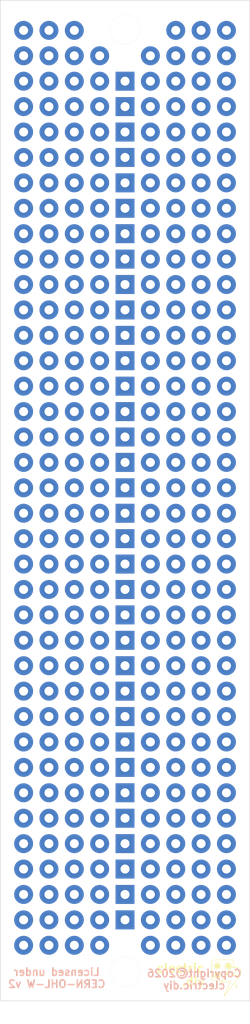
<source format=kicad_pcb>
(kicad_pcb (version 20241229) (generator "pcbnew") (generator_version "9.0")
  (title_block (title "AE-1U-Protoboard") (date "2026-01-15") (rev "0.1") (company "Copyright © 2026 clectric.diy Licensed under CERN-OHL-W v2") (comment 1 "Charles H. Leggett"))
  (layers (0 "F.Cu" signal "Front") (4 "In1.Cu" signal) (6 "In2.Cu" signal) (2 "B.Cu" signal "Back") (13 "F.Paste" user) (15 "B.Paste" user) (5 "F.SilkS" user "F.Silkscreen") (7 "B.SilkS" user "B.Silkscreen") (1 "F.Mask" user) (3 "B.Mask" user) (25 "Edge.Cuts" user))
  (net 0 "")
  (footprint "clectric-diy:Pad" (layer "F.Cu") (at 106.2606 72.8656)
    (property "Reference" "REF**" (hide yes))
    (property "Value" "Pad" (hide yes))
    (pad "" thru_hole circle (at 0 0) (size 1.9 1.9) (drill 0.9) (layers "*.Cu" "*.Mask"))
  )
  (footprint "clectric-diy:Pad" (layer "F.Cu") (at 113.8806 90.6456)
    (property "Reference" "REF**" (hide yes))
    (property "Value" "Pad" (hide yes))
    (pad "" thru_hole circle (at 0 0) (size 1.9 1.9) (drill 0.9) (layers "*.Cu" "*.Mask"))
  )
  (footprint "clectric-diy:Pad" (layer "F.Cu") (at 113.8806 80.4856)
    (property "Reference" "REF**" (hide yes))
    (property "Value" "Pad" (hide yes))
    (pad "" thru_hole circle (at 0 0) (size 1.9 1.9) (drill 0.9) (layers "*.Cu" "*.Mask"))
  )
  (footprint "clectric-diy:Pad" (layer "F.Cu") (at 113.8806 105.8856)
    (property "Reference" "REF**" (hide yes))
    (property "Value" "Pad" (hide yes))
    (pad "" thru_hole circle (at 0 0) (size 1.9 1.9) (drill 0.9) (layers "*.Cu" "*.Mask"))
  )
  (footprint "clectric-diy:Pad" (layer "F.Cu") (at 106.2606 146.5256)
    (property "Reference" "REF**" (hide yes))
    (property "Value" "Pad" (hide yes))
    (pad "" thru_hole circle (at 0 0) (size 1.9 1.9) (drill 0.9) (layers "*.Cu" "*.Mask"))
  )
  (footprint "clectric-diy:Pad" (layer "F.Cu") (at 116.4206 128.7456)
    (property "Reference" "REF**" (hide yes))
    (property "Value" "Pad" (hide yes))
    (pad "" thru_hole rect (at 0 0) (size 1.9 1.9) (drill 0.9) (layers "*.Cu" "*.Mask"))
  )
  (footprint "clectric-diy:Pad" (layer "F.Cu") (at 121.5006 118.5856)
    (property "Reference" "REF**" (hide yes))
    (property "Value" "Pad" (hide yes))
    (pad "" thru_hole circle (at 0 0) (size 1.9 1.9) (drill 0.9) (layers "*.Cu" "*.Mask"))
  )
  (footprint "clectric-diy:Pad" (layer "F.Cu") (at 116.4206 98.2656)
    (property "Reference" "REF**" (hide yes))
    (property "Value" "Pad" (hide yes))
    (pad "" thru_hole rect (at 0 0) (size 1.9 1.9) (drill 0.9) (layers "*.Cu" "*.Mask"))
  )
  (footprint "clectric-diy:Pad" (layer "F.Cu") (at 124.0406 146.5256)
    (property "Reference" "REF**" (hide yes))
    (property "Value" "Pad" (hide yes))
    (pad "" thru_hole circle (at 0 0) (size 1.9 1.9) (drill 0.9) (layers "*.Cu" "*.Mask"))
  )
  (footprint "clectric-diy:Pad" (layer "F.Cu") (at 106.2606 105.8856)
    (property "Reference" "REF**" (hide yes))
    (property "Value" "Pad" (hide yes))
    (pad "" thru_hole circle (at 0 0) (size 1.9 1.9) (drill 0.9) (layers "*.Cu" "*.Mask"))
  )
  (footprint "clectric-diy:Pad" (layer "F.Cu") (at 106.2606 138.9056)
    (property "Reference" "REF**" (hide yes))
    (property "Value" "Pad" (hide yes))
    (pad "" thru_hole circle (at 0 0) (size 1.9 1.9) (drill 0.9) (layers "*.Cu" "*.Mask"))
  )
  (footprint "clectric-diy:Pad" (layer "F.Cu") (at 106.2606 95.7256)
    (property "Reference" "REF**" (hide yes))
    (property "Value" "Pad" (hide yes))
    (pad "" thru_hole circle (at 0 0) (size 1.9 1.9) (drill 0.9) (layers "*.Cu" "*.Mask"))
  )
  (footprint "clectric-diy:Pad" (layer "F.Cu") (at 106.2606 85.5656)
    (property "Reference" "REF**" (hide yes))
    (property "Value" "Pad" (hide yes))
    (pad "" thru_hole circle (at 0 0) (size 1.9 1.9) (drill 0.9) (layers "*.Cu" "*.Mask"))
  )
  (footprint "clectric-diy:Pad" (layer "F.Cu") (at 116.4206 118.5856)
    (property "Reference" "REF**" (hide yes))
    (property "Value" "Pad" (hide yes))
    (pad "" thru_hole rect (at 0 0) (size 1.9 1.9) (drill 0.9) (layers "*.Cu" "*.Mask"))
  )
  (footprint "clectric-diy:Pad" (layer "F.Cu") (at 118.9606 146.5256)
    (property "Reference" "REF**" (hide yes))
    (property "Value" "Pad" (hide yes))
    (pad "" thru_hole circle (at 0 0) (size 1.9 1.9) (drill 0.9) (layers "*.Cu" "*.Mask"))
  )
  (footprint "clectric-diy:Pad" (layer "F.Cu") (at 113.8806 141.4456)
    (property "Reference" "REF**" (hide yes))
    (property "Value" "Pad" (hide yes))
    (pad "" thru_hole circle (at 0 0) (size 1.9 1.9) (drill 0.9) (layers "*.Cu" "*.Mask"))
  )
  (footprint "clectric-diy:Pad" (layer "F.Cu") (at 113.8806 103.3456)
    (property "Reference" "REF**" (hide yes))
    (property "Value" "Pad" (hide yes))
    (pad "" thru_hole circle (at 0 0) (size 1.9 1.9) (drill 0.9) (layers "*.Cu" "*.Mask"))
  )
  (footprint "clectric-diy:Pad" (layer "F.Cu") (at 111.3406 95.7256)
    (property "Reference" "REF**" (hide yes))
    (property "Value" "Pad" (hide yes))
    (pad "" thru_hole circle (at 0 0) (size 1.9 1.9) (drill 0.9) (layers "*.Cu" "*.Mask"))
  )
  (footprint "clectric-diy:Pad" (layer "F.Cu") (at 121.5006 55.0856)
    (property "Reference" "REF**" (hide yes))
    (property "Value" "Pad" (hide yes))
    (pad "" thru_hole circle (at 0 0) (size 1.9 1.9) (drill 0.9) (layers "*.Cu" "*.Mask"))
  )
  (footprint "clectric-diy:Pad" (layer "F.Cu") (at 106.2606 143.9856)
    (property "Reference" "REF**" (hide yes))
    (property "Value" "Pad" (hide yes))
    (pad "" thru_hole circle (at 0 0) (size 1.9 1.9) (drill 0.9) (layers "*.Cu" "*.Mask"))
  )
  (footprint "clectric-diy:Pad" (layer "F.Cu") (at 108.8006 60.1656)
    (property "Reference" "REF**" (hide yes))
    (property "Value" "Pad" (hide yes))
    (pad "" thru_hole circle (at 0 0) (size 1.9 1.9) (drill 0.9) (layers "*.Cu" "*.Mask"))
  )
  (footprint "clectric-diy:Pad" (layer "F.Cu") (at 118.9606 95.7256)
    (property "Reference" "REF**" (hide yes))
    (property "Value" "Pad" (hide yes))
    (pad "" thru_hole circle (at 0 0) (size 1.9 1.9) (drill 0.9) (layers "*.Cu" "*.Mask"))
  )
  (footprint "clectric-diy:Pad" (layer "F.Cu") (at 126.5806 126.2056)
    (property "Reference" "REF**" (hide yes))
    (property "Value" "Pad" (hide yes))
    (pad "" thru_hole circle (at 0 0) (size 1.9 1.9) (drill 0.9) (layers "*.Cu" "*.Mask"))
  )
  (footprint "clectric-diy:Pad" (layer "F.Cu") (at 113.8806 85.5656)
    (property "Reference" "REF**" (hide yes))
    (property "Value" "Pad" (hide yes))
    (pad "" thru_hole circle (at 0 0) (size 1.9 1.9) (drill 0.9) (layers "*.Cu" "*.Mask"))
  )
  (footprint "clectric-diy:Pad" (layer "F.Cu") (at 116.4206 90.6456)
    (property "Reference" "REF**" (hide yes))
    (property "Value" "Pad" (hide yes))
    (pad "" thru_hole rect (at 0 0) (size 1.9 1.9) (drill 0.9) (layers "*.Cu" "*.Mask"))
  )
  (footprint "clectric-diy:Pad" (layer "F.Cu") (at 106.2606 128.7456)
    (property "Reference" "REF**" (hide yes))
    (property "Value" "Pad" (hide yes))
    (pad "" thru_hole circle (at 0 0) (size 1.9 1.9) (drill 0.9) (layers "*.Cu" "*.Mask"))
  )
  (footprint "clectric-diy:Pad" (layer "F.Cu") (at 121.5006 57.6256)
    (property "Reference" "REF**" (hide yes))
    (property "Value" "Pad" (hide yes))
    (pad "" thru_hole circle (at 0 0) (size 1.9 1.9) (drill 0.9) (layers "*.Cu" "*.Mask"))
  )
  (footprint "clectric-diy:Pad" (layer "F.Cu") (at 126.5806 67.7856)
    (property "Reference" "REF**" (hide yes))
    (property "Value" "Pad" (hide yes))
    (pad "" thru_hole circle (at 0 0) (size 1.9 1.9) (drill 0.9) (layers "*.Cu" "*.Mask"))
  )
  (footprint "clectric-diy:Pad" (layer "F.Cu") (at 118.9606 116.0456)
    (property "Reference" "REF**" (hide yes))
    (property "Value" "Pad" (hide yes))
    (pad "" thru_hole circle (at 0 0) (size 1.9 1.9) (drill 0.9) (layers "*.Cu" "*.Mask"))
  )
  (footprint "clectric-diy:Pad" (layer "F.Cu") (at 118.9606 77.9456)
    (property "Reference" "REF**" (hide yes))
    (property "Value" "Pad" (hide yes))
    (pad "" thru_hole circle (at 0 0) (size 1.9 1.9) (drill 0.9) (layers "*.Cu" "*.Mask"))
  )
  (footprint "clectric-diy:Pad" (layer "F.Cu") (at 108.8006 55.0856)
    (property "Reference" "REF**" (hide yes))
    (property "Value" "Pad" (hide yes))
    (pad "" thru_hole circle (at 0 0) (size 1.9 1.9) (drill 0.9) (layers "*.Cu" "*.Mask"))
  )
  (footprint "clectric-diy:Pad" (layer "F.Cu") (at 118.9606 131.2856)
    (property "Reference" "REF**" (hide yes))
    (property "Value" "Pad" (hide yes))
    (pad "" thru_hole circle (at 0 0) (size 1.9 1.9) (drill 0.9) (layers "*.Cu" "*.Mask"))
  )
  (footprint "clectric-diy:Pad" (layer "F.Cu") (at 124.0406 55.0856)
    (property "Reference" "REF**" (hide yes))
    (property "Value" "Pad" (hide yes))
    (pad "" thru_hole circle (at 0 0) (size 1.9 1.9) (drill 0.9) (layers "*.Cu" "*.Mask"))
  )
  (footprint "clectric-diy:Pad" (layer "F.Cu") (at 108.8006 138.9056)
    (property "Reference" "REF**" (hide yes))
    (property "Value" "Pad" (hide yes))
    (pad "" thru_hole circle (at 0 0) (size 1.9 1.9) (drill 0.9) (layers "*.Cu" "*.Mask"))
  )
  (footprint "clectric-diy:Pad" (layer "F.Cu") (at 124.0406 60.1656)
    (property "Reference" "REF**" (hide yes))
    (property "Value" "Pad" (hide yes))
    (pad "" thru_hole circle (at 0 0) (size 1.9 1.9) (drill 0.9) (layers "*.Cu" "*.Mask"))
  )
  (footprint "clectric-diy:Pad" (layer "F.Cu") (at 106.2606 83.0256)
    (property "Reference" "REF**" (hide yes))
    (property "Value" "Pad" (hide yes))
    (pad "" thru_hole circle (at 0 0) (size 1.9 1.9) (drill 0.9) (layers "*.Cu" "*.Mask"))
  )
  (footprint "clectric-diy:Pad" (layer "F.Cu") (at 106.2606 93.1856)
    (property "Reference" "REF**" (hide yes))
    (property "Value" "Pad" (hide yes))
    (pad "" thru_hole circle (at 0 0) (size 1.9 1.9) (drill 0.9) (layers "*.Cu" "*.Mask"))
  )
  (footprint "clectric-diy:Pad" (layer "F.Cu") (at 124.0406 95.7256)
    (property "Reference" "REF**" (hide yes))
    (property "Value" "Pad" (hide yes))
    (pad "" thru_hole circle (at 0 0) (size 1.9 1.9) (drill 0.9) (layers "*.Cu" "*.Mask"))
  )
  (footprint "clectric-diy:Pad" (layer "F.Cu") (at 121.5006 77.9456)
    (property "Reference" "REF**" (hide yes))
    (property "Value" "Pad" (hide yes))
    (pad "" thru_hole circle (at 0 0) (size 1.9 1.9) (drill 0.9) (layers "*.Cu" "*.Mask"))
  )
  (footprint "clectric-diy:Pad" (layer "F.Cu") (at 113.8806 57.6256)
    (property "Reference" "REF**" (hide yes))
    (property "Value" "Pad" (hide yes))
    (pad "" thru_hole circle (at 0 0) (size 1.9 1.9) (drill 0.9) (layers "*.Cu" "*.Mask"))
  )
  (footprint "clectric-diy:Pad" (layer "F.Cu") (at 113.8806 108.4256)
    (property "Reference" "REF**" (hide yes))
    (property "Value" "Pad" (hide yes))
    (pad "" thru_hole circle (at 0 0) (size 1.9 1.9) (drill 0.9) (layers "*.Cu" "*.Mask"))
  )
  (footprint "clectric-diy:Pad" (layer "F.Cu") (at 116.4206 60.1656)
    (property "Reference" "REF**" (hide yes))
    (property "Value" "Pad" (hide yes))
    (pad "" thru_hole rect (at 0 0) (size 1.9 1.9) (drill 0.9) (layers "*.Cu" "*.Mask"))
  )
  (footprint "clectric-diy:Pad" (layer "F.Cu") (at 106.2606 62.7056)
    (property "Reference" "REF**" (hide yes))
    (property "Value" "Pad" (hide yes))
    (pad "" thru_hole circle (at 0 0) (size 1.9 1.9) (drill 0.9) (layers "*.Cu" "*.Mask"))
  )
  (footprint "clectric-diy:Pad" (layer "F.Cu") (at 126.5806 103.3456)
    (property "Reference" "REF**" (hide yes))
    (property "Value" "Pad" (hide yes))
    (pad "" thru_hole circle (at 0 0) (size 1.9 1.9) (drill 0.9) (layers "*.Cu" "*.Mask"))
  )
  (footprint "clectric-diy:Pad" (layer "F.Cu") (at 116.4206 70.3256)
    (property "Reference" "REF**" (hide yes))
    (property "Value" "Pad" (hide yes))
    (pad "" thru_hole rect (at 0 0) (size 1.9 1.9) (drill 0.9) (layers "*.Cu" "*.Mask"))
  )
  (footprint "clectric-diy:Pad" (layer "F.Cu") (at 108.8006 75.4056)
    (property "Reference" "REF**" (hide yes))
    (property "Value" "Pad" (hide yes))
    (pad "" thru_hole circle (at 0 0) (size 1.9 1.9) (drill 0.9) (layers "*.Cu" "*.Mask"))
  )
  (footprint "clectric-diy:Pad" (layer "F.Cu") (at 113.8806 110.9656)
    (property "Reference" "REF**" (hide yes))
    (property "Value" "Pad" (hide yes))
    (pad "" thru_hole circle (at 0 0) (size 1.9 1.9) (drill 0.9) (layers "*.Cu" "*.Mask"))
  )
  (footprint "clectric-diy:Pad" (layer "F.Cu") (at 118.9606 136.3656)
    (property "Reference" "REF**" (hide yes))
    (property "Value" "Pad" (hide yes))
    (pad "" thru_hole circle (at 0 0) (size 1.9 1.9) (drill 0.9) (layers "*.Cu" "*.Mask"))
  )
  (footprint "clectric-diy:Pad" (layer "F.Cu") (at 116.4206 72.8656)
    (property "Reference" "REF**" (hide yes))
    (property "Value" "Pad" (hide yes))
    (pad "" thru_hole rect (at 0 0) (size 1.9 1.9) (drill 0.9) (layers "*.Cu" "*.Mask"))
  )
  (footprint "clectric-diy:Pad" (layer "F.Cu") (at 106.2606 136.3656)
    (property "Reference" "REF**" (hide yes))
    (property "Value" "Pad" (hide yes))
    (pad "" thru_hole circle (at 0 0) (size 1.9 1.9) (drill 0.9) (layers "*.Cu" "*.Mask"))
  )
  (footprint "clectric-diy:Pad" (layer "F.Cu") (at 116.4206 95.7256)
    (property "Reference" "REF**" (hide yes))
    (property "Value" "Pad" (hide yes))
    (pad "" thru_hole rect (at 0 0) (size 1.9 1.9) (drill 0.9) (layers "*.Cu" "*.Mask"))
  )
  (footprint "clectric-diy:Pad" (layer "F.Cu") (at 116.4206 54.9756)
    (property "Reference" "REF**" (hide yes))
    (property "Value" "Pad" (hide yes))
    (pad "" thru_hole circle (at 0 0) (size 3 3) (drill 3) (layers "*.Cu" "*.Mask"))
  )
  (footprint "clectric-diy:Pad" (layer "F.Cu") (at 116.4206 108.4256)
    (property "Reference" "REF**" (hide yes))
    (property "Value" "Pad" (hide yes))
    (pad "" thru_hole rect (at 0 0) (size 1.9 1.9) (drill 0.9) (layers "*.Cu" "*.Mask"))
  )
  (footprint "clectric-diy:Pad" (layer "F.Cu") (at 113.8806 138.9056)
    (property "Reference" "REF**" (hide yes))
    (property "Value" "Pad" (hide yes))
    (pad "" thru_hole circle (at 0 0) (size 1.9 1.9) (drill 0.9) (layers "*.Cu" "*.Mask"))
  )
  (footprint "clectric-diy:Pad" (layer "F.Cu") (at 106.2606 131.2856)
    (property "Reference" "REF**" (hide yes))
    (property "Value" "Pad" (hide yes))
    (pad "" thru_hole circle (at 0 0) (size 1.9 1.9) (drill 0.9) (layers "*.Cu" "*.Mask"))
  )
  (footprint "clectric-diy:Pad" (layer "F.Cu") (at 106.2606 70.3256)
    (property "Reference" "REF**" (hide yes))
    (property "Value" "Pad" (hide yes))
    (pad "" thru_hole circle (at 0 0) (size 1.9 1.9) (drill 0.9) (layers "*.Cu" "*.Mask"))
  )
  (footprint "clectric-diy:Pad" (layer "F.Cu") (at 108.8006 70.3256)
    (property "Reference" "REF**" (hide yes))
    (property "Value" "Pad" (hide yes))
    (pad "" thru_hole circle (at 0 0) (size 1.9 1.9) (drill 0.9) (layers "*.Cu" "*.Mask"))
  )
  (footprint "clectric-diy:Pad" (layer "F.Cu") (at 116.4206 100.8056)
    (property "Reference" "REF**" (hide yes))
    (property "Value" "Pad" (hide yes))
    (pad "" thru_hole rect (at 0 0) (size 1.9 1.9) (drill 0.9) (layers "*.Cu" "*.Mask"))
  )
  (footprint "clectric-diy:Pad" (layer "F.Cu") (at 118.9606 123.6656)
    (property "Reference" "REF**" (hide yes))
    (property "Value" "Pad" (hide yes))
    (pad "" thru_hole circle (at 0 0) (size 1.9 1.9) (drill 0.9) (layers "*.Cu" "*.Mask"))
  )
  (footprint "clectric-diy:Pad" (layer "F.Cu") (at 106.2606 133.8256)
    (property "Reference" "REF**" (hide yes))
    (property "Value" "Pad" (hide yes))
    (pad "" thru_hole circle (at 0 0) (size 1.9 1.9) (drill 0.9) (layers "*.Cu" "*.Mask"))
  )
  (footprint "clectric-diy:Pad" (layer "F.Cu") (at 106.2606 121.1256)
    (property "Reference" "REF**" (hide yes))
    (property "Value" "Pad" (hide yes))
    (pad "" thru_hole circle (at 0 0) (size 1.9 1.9) (drill 0.9) (layers "*.Cu" "*.Mask"))
  )
  (footprint "clectric-diy:Pad" (layer "F.Cu") (at 108.8006 105.8856)
    (property "Reference" "REF**" (hide yes))
    (property "Value" "Pad" (hide yes))
    (pad "" thru_hole circle (at 0 0) (size 1.9 1.9) (drill 0.9) (layers "*.Cu" "*.Mask"))
  )
  (footprint "clectric-diy:Pad" (layer "F.Cu") (at 108.8006 85.5656)
    (property "Reference" "REF**" (hide yes))
    (property "Value" "Pad" (hide yes))
    (pad "" thru_hole circle (at 0 0) (size 1.9 1.9) (drill 0.9) (layers "*.Cu" "*.Mask"))
  )
  (footprint "clectric-diy:Pad" (layer "F.Cu") (at 126.5806 123.6656)
    (property "Reference" "REF**" (hide yes))
    (property "Value" "Pad" (hide yes))
    (pad "" thru_hole circle (at 0 0) (size 1.9 1.9) (drill 0.9) (layers "*.Cu" "*.Mask"))
  )
  (footprint "clectric-diy:Pad" (layer "F.Cu") (at 113.8806 65.2456)
    (property "Reference" "REF**" (hide yes))
    (property "Value" "Pad" (hide yes))
    (pad "" thru_hole circle (at 0 0) (size 1.9 1.9) (drill 0.9) (layers "*.Cu" "*.Mask"))
  )
  (footprint "clectric-diy:Pad" (layer "F.Cu") (at 106.2606 57.6256)
    (property "Reference" "REF**" (hide yes))
    (property "Value" "Pad" (hide yes))
    (pad "" thru_hole circle (at 0 0) (size 1.9 1.9) (drill 0.9) (layers "*.Cu" "*.Mask"))
  )
  (footprint "clectric-diy:Pad" (layer "F.Cu") (at 121.5006 131.2856)
    (property "Reference" "REF**" (hide yes))
    (property "Value" "Pad" (hide yes))
    (pad "" thru_hole circle (at 0 0) (size 1.9 1.9) (drill 0.9) (layers "*.Cu" "*.Mask"))
  )
  (footprint "clectric-diy:Pad" (layer "F.Cu") (at 108.8006 103.3456)
    (property "Reference" "REF**" (hide yes))
    (property "Value" "Pad" (hide yes))
    (pad "" thru_hole circle (at 0 0) (size 1.9 1.9) (drill 0.9) (layers "*.Cu" "*.Mask"))
  )
  (footprint "clectric-diy:Pad" (layer "F.Cu") (at 126.5806 57.6256)
    (property "Reference" "REF**" (hide yes))
    (property "Value" "Pad" (hide yes))
    (pad "" thru_hole circle (at 0 0) (size 1.9 1.9) (drill 0.9) (layers "*.Cu" "*.Mask"))
  )
  (footprint "clectric-diy:Pad" (layer "F.Cu") (at 121.5006 62.7056)
    (property "Reference" "REF**" (hide yes))
    (property "Value" "Pad" (hide yes))
    (pad "" thru_hole circle (at 0 0) (size 1.9 1.9) (drill 0.9) (layers "*.Cu" "*.Mask"))
  )
  (footprint "clectric-diy:Pad" (layer "F.Cu") (at 118.9606 141.4456)
    (property "Reference" "REF**" (hide yes))
    (property "Value" "Pad" (hide yes))
    (pad "" thru_hole circle (at 0 0) (size 1.9 1.9) (drill 0.9) (layers "*.Cu" "*.Mask"))
  )
  (footprint "clectric-diy:Pad" (layer "F.Cu") (at 124.0406 123.6656)
    (property "Reference" "REF**" (hide yes))
    (property "Value" "Pad" (hide yes))
    (pad "" thru_hole circle (at 0 0) (size 1.9 1.9) (drill 0.9) (layers "*.Cu" "*.Mask"))
  )
  (footprint "clectric-diy:Pad" (layer "F.Cu") (at 106.2606 75.4056)
    (property "Reference" "REF**" (hide yes))
    (property "Value" "Pad" (hide yes))
    (pad "" thru_hole circle (at 0 0) (size 1.9 1.9) (drill 0.9) (layers "*.Cu" "*.Mask"))
  )
  (footprint "clectric-diy:Pad" (layer "F.Cu") (at 111.3406 103.3456)
    (property "Reference" "REF**" (hide yes))
    (property "Value" "Pad" (hide yes))
    (pad "" thru_hole circle (at 0 0) (size 1.9 1.9) (drill 0.9) (layers "*.Cu" "*.Mask"))
  )
  (footprint "clectric-diy:Pad" (layer "F.Cu") (at 124.0406 121.1256)
    (property "Reference" "REF**" (hide yes))
    (property "Value" "Pad" (hide yes))
    (pad "" thru_hole circle (at 0 0) (size 1.9 1.9) (drill 0.9) (layers "*.Cu" "*.Mask"))
  )
  (footprint "clectric-diy:Pad" (layer "F.Cu") (at 113.8806 116.0456)
    (property "Reference" "REF**" (hide yes))
    (property "Value" "Pad" (hide yes))
    (pad "" thru_hole circle (at 0 0) (size 1.9 1.9) (drill 0.9) (layers "*.Cu" "*.Mask"))
  )
  (footprint "clectric-diy:Pad" (layer "F.Cu") (at 113.8806 126.2056)
    (property "Reference" "REF**" (hide yes))
    (property "Value" "Pad" (hide yes))
    (pad "" thru_hole circle (at 0 0) (size 1.9 1.9) (drill 0.9) (layers "*.Cu" "*.Mask"))
  )
  (footprint "clectric-diy:Pad" (layer "F.Cu") (at 121.5006 75.4056)
    (property "Reference" "REF**" (hide yes))
    (property "Value" "Pad" (hide yes))
    (pad "" thru_hole circle (at 0 0) (size 1.9 1.9) (drill 0.9) (layers "*.Cu" "*.Mask"))
  )
  (footprint "clectric-diy:Pad" (layer "F.Cu") (at 116.4206 103.3456)
    (property "Reference" "REF**" (hide yes))
    (property "Value" "Pad" (hide yes))
    (pad "" thru_hole rect (at 0 0) (size 1.9 1.9) (drill 0.9) (layers "*.Cu" "*.Mask"))
  )
  (footprint "clectric-diy:Pad" (layer "F.Cu") (at 108.8006 65.2456)
    (property "Reference" "REF**" (hide yes))
    (property "Value" "Pad" (hide yes))
    (pad "" thru_hole circle (at 0 0) (size 1.9 1.9) (drill 0.9) (layers "*.Cu" "*.Mask"))
  )
  (footprint "clectric-diy:Pad" (layer "F.Cu") (at 111.3406 60.1656)
    (property "Reference" "REF**" (hide yes))
    (property "Value" "Pad" (hide yes))
    (pad "" thru_hole circle (at 0 0) (size 1.9 1.9) (drill 0.9) (layers "*.Cu" "*.Mask"))
  )
  (footprint "clectric-diy:Pad" (layer "F.Cu") (at 121.5006 80.4856)
    (property "Reference" "REF**" (hide yes))
    (property "Value" "Pad" (hide yes))
    (pad "" thru_hole circle (at 0 0) (size 1.9 1.9) (drill 0.9) (layers "*.Cu" "*.Mask"))
  )
  (footprint "clectric-diy:Pad" (layer "F.Cu") (at 126.5806 116.0456)
    (property "Reference" "REF**" (hide yes))
    (property "Value" "Pad" (hide yes))
    (pad "" thru_hole circle (at 0 0) (size 1.9 1.9) (drill 0.9) (layers "*.Cu" "*.Mask"))
  )
  (footprint "clectric-diy:Pad" (layer "F.Cu") (at 111.3406 62.7056)
    (property "Reference" "REF**" (hide yes))
    (property "Value" "Pad" (hide yes))
    (pad "" thru_hole circle (at 0 0) (size 1.9 1.9) (drill 0.9) (layers "*.Cu" "*.Mask"))
  )
  (footprint "clectric-diy:Pad" (layer "F.Cu") (at 121.5006 70.3256)
    (property "Reference" "REF**" (hide yes))
    (property "Value" "Pad" (hide yes))
    (pad "" thru_hole circle (at 0 0) (size 1.9 1.9) (drill 0.9) (layers "*.Cu" "*.Mask"))
  )
  (footprint "clectric-diy:Pad" (layer "F.Cu") (at 121.5006 100.8056)
    (property "Reference" "REF**" (hide yes))
    (property "Value" "Pad" (hide yes))
    (pad "" thru_hole circle (at 0 0) (size 1.9 1.9) (drill 0.9) (layers "*.Cu" "*.Mask"))
  )
  (footprint "clectric-diy:Pad" (layer "F.Cu") (at 113.8806 60.1656)
    (property "Reference" "REF**" (hide yes))
    (property "Value" "Pad" (hide yes))
    (pad "" thru_hole circle (at 0 0) (size 1.9 1.9) (drill 0.9) (layers "*.Cu" "*.Mask"))
  )
  (footprint "clectric-diy:Pad" (layer "F.Cu") (at 126.5806 70.3256)
    (property "Reference" "REF**" (hide yes))
    (property "Value" "Pad" (hide yes))
    (pad "" thru_hole circle (at 0 0) (size 1.9 1.9) (drill 0.9) (layers "*.Cu" "*.Mask"))
  )
  (footprint "clectric-diy:Pad" (layer "F.Cu") (at 116.4206 141.4456)
    (property "Reference" "REF**" (hide yes))
    (property "Value" "Pad" (hide yes))
    (pad "" thru_hole rect (at 0 0) (size 1.9 1.9) (drill 0.9) (layers "*.Cu" "*.Mask"))
  )
  (footprint "clectric-diy:Pad" (layer "F.Cu") (at 113.8806 83.0256)
    (property "Reference" "REF**" (hide yes))
    (property "Value" "Pad" (hide yes))
    (pad "" thru_hole circle (at 0 0) (size 1.9 1.9) (drill 0.9) (layers "*.Cu" "*.Mask"))
  )
  (footprint "clectric-diy:Pad" (layer "F.Cu") (at 124.0406 133.8256)
    (property "Reference" "REF**" (hide yes))
    (property "Value" "Pad" (hide yes))
    (pad "" thru_hole circle (at 0 0) (size 1.9 1.9) (drill 0.9) (layers "*.Cu" "*.Mask"))
  )
  (footprint "clectric-diy:Pad" (layer "F.Cu") (at 113.8806 146.5256)
    (property "Reference" "REF**" (hide yes))
    (property "Value" "Pad" (hide yes))
    (pad "" thru_hole circle (at 0 0) (size 1.9 1.9) (drill 0.9) (layers "*.Cu" "*.Mask"))
  )
  (footprint "clectric-diy:Pad" (layer "F.Cu") (at 121.5006 105.8856)
    (property "Reference" "REF**" (hide yes))
    (property "Value" "Pad" (hide yes))
    (pad "" thru_hole circle (at 0 0) (size 1.9 1.9) (drill 0.9) (layers "*.Cu" "*.Mask"))
  )
  (footprint "clectric-diy:Pad" (layer "F.Cu") (at 121.5006 60.1656)
    (property "Reference" "REF**" (hide yes))
    (property "Value" "Pad" (hide yes))
    (pad "" thru_hole circle (at 0 0) (size 1.9 1.9) (drill 0.9) (layers "*.Cu" "*.Mask"))
  )
  (footprint "clectric-diy:Pad" (layer "F.Cu") (at 124.0406 110.9656)
    (property "Reference" "REF**" (hide yes))
    (property "Value" "Pad" (hide yes))
    (pad "" thru_hole circle (at 0 0) (size 1.9 1.9) (drill 0.9) (layers "*.Cu" "*.Mask"))
  )
  (footprint "clectric-diy:Pad" (layer "F.Cu") (at 111.3406 121.1256)
    (property "Reference" "REF**" (hide yes))
    (property "Value" "Pad" (hide yes))
    (pad "" thru_hole circle (at 0 0) (size 1.9 1.9) (drill 0.9) (layers "*.Cu" "*.Mask"))
  )
  (footprint "clectric-diy:Pad" (layer "F.Cu") (at 124.0406 65.2456)
    (property "Reference" "REF**" (hide yes))
    (property "Value" "Pad" (hide yes))
    (pad "" thru_hole circle (at 0 0) (size 1.9 1.9) (drill 0.9) (layers "*.Cu" "*.Mask"))
  )
  (footprint "clectric-diy:Pad" (layer "F.Cu") (at 113.8806 121.1256)
    (property "Reference" "REF**" (hide yes))
    (property "Value" "Pad" (hide yes))
    (pad "" thru_hole circle (at 0 0) (size 1.9 1.9) (drill 0.9) (layers "*.Cu" "*.Mask"))
  )
  (footprint "clectric-diy:Pad" (layer "F.Cu") (at 124.0406 80.4856)
    (property "Reference" "REF**" (hide yes))
    (property "Value" "Pad" (hide yes))
    (pad "" thru_hole circle (at 0 0) (size 1.9 1.9) (drill 0.9) (layers "*.Cu" "*.Mask"))
  )
  (footprint "clectric-diy:Pad" (layer "F.Cu") (at 113.8806 88.1056)
    (property "Reference" "REF**" (hide yes))
    (property "Value" "Pad" (hide yes))
    (pad "" thru_hole circle (at 0 0) (size 1.9 1.9) (drill 0.9) (layers "*.Cu" "*.Mask"))
  )
  (footprint "LOGO" (layer "F.Cu") (at 126.541928 149.862978)
    (property "Reference" "G***" (hide yes))
    (property "Value" "LOGO" (hide yes))
  )
  (footprint "clectric-diy:Pad" (layer "F.Cu") (at 111.3406 131.2856)
    (property "Reference" "REF**" (hide yes))
    (property "Value" "Pad" (hide yes))
    (pad "" thru_hole circle (at 0 0) (size 1.9 1.9) (drill 0.9) (layers "*.Cu" "*.Mask"))
  )
  (footprint "clectric-diy:Pad" (layer "F.Cu") (at 121.5006 133.8256)
    (property "Reference" "REF**" (hide yes))
    (property "Value" "Pad" (hide yes))
    (pad "" thru_hole circle (at 0 0) (size 1.9 1.9) (drill 0.9) (layers "*.Cu" "*.Mask"))
  )
  (footprint "clectric-diy:Pad" (layer "F.Cu") (at 108.8006 62.7056)
    (property "Reference" "REF**" (hide yes))
    (property "Value" "Pad" (hide yes))
    (pad "" thru_hole circle (at 0 0) (size 1.9 1.9) (drill 0.9) (layers "*.Cu" "*.Mask"))
  )
  (footprint "clectric-diy:Pad" (layer "F.Cu") (at 113.8806 113.5056)
    (property "Reference" "REF**" (hide yes))
    (property "Value" "Pad" (hide yes))
    (pad "" thru_hole circle (at 0 0) (size 1.9 1.9) (drill 0.9) (layers "*.Cu" "*.Mask"))
  )
  (footprint "clectric-diy:Pad" (layer "F.Cu") (at 118.9606 113.5056)
    (property "Reference" "REF**" (hide yes))
    (property "Value" "Pad" (hide yes))
    (pad "" thru_hole circle (at 0 0) (size 1.9 1.9) (drill 0.9) (layers "*.Cu" "*.Mask"))
  )
  (footprint "clectric-diy:Pad" (layer "F.Cu") (at 124.0406 75.4056)
    (property "Reference" "REF**" (hide yes))
    (property "Value" "Pad" (hide yes))
    (pad "" thru_hole circle (at 0 0) (size 1.9 1.9) (drill 0.9) (layers "*.Cu" "*.Mask"))
  )
  (footprint "clectric-diy:Pad" (layer "F.Cu") (at 116.4206 123.6656)
    (property "Reference" "REF**" (hide yes))
    (property "Value" "Pad" (hide yes))
    (pad "" thru_hole rect (at 0 0) (size 1.9 1.9) (drill 0.9) (layers "*.Cu" "*.Mask"))
  )
  (footprint "clectric-diy:Pad" (layer "F.Cu") (at 108.8006 108.4256)
    (property "Reference" "REF**" (hide yes))
    (property "Value" "Pad" (hide yes))
    (pad "" thru_hole circle (at 0 0) (size 1.9 1.9) (drill 0.9) (layers "*.Cu" "*.Mask"))
  )
  (footprint "clectric-diy:Pad" (layer "F.Cu") (at 116.4206 67.7856)
    (property "Reference" "REF**" (hide yes))
    (property "Value" "Pad" (hide yes))
    (pad "" thru_hole rect (at 0 0) (size 1.9 1.9) (drill 0.9) (layers "*.Cu" "*.Mask"))
  )
  (footprint "clectric-diy:Pad" (layer "F.Cu") (at 111.3406 80.4856)
    (property "Reference" "REF**" (hide yes))
    (property "Value" "Pad" (hide yes))
    (pad "" thru_hole circle (at 0 0) (size 1.9 1.9) (drill 0.9) (layers "*.Cu" "*.Mask"))
  )
  (footprint "clectric-diy:Pad" (layer "F.Cu") (at 116.4206 110.9656)
    (property "Reference" "REF**" (hide yes))
    (property "Value" "Pad" (hide yes))
    (pad "" thru_hole rect (at 0 0) (size 1.9 1.9) (drill 0.9) (layers "*.Cu" "*.Mask"))
  )
  (footprint "clectric-diy:Pad" (layer "F.Cu") (at 126.5806 75.4056)
    (property "Reference" "REF**" (hide yes))
    (property "Value" "Pad" (hide yes))
    (pad "" thru_hole circle (at 0 0) (size 1.9 1.9) (drill 0.9) (layers "*.Cu" "*.Mask"))
  )
  (footprint "clectric-diy:Pad" (layer "F.Cu") (at 121.5006 116.0456)
    (property "Reference" "REF**" (hide yes))
    (property "Value" "Pad" (hide yes))
    (pad "" thru_hole circle (at 0 0) (size 1.9 1.9) (drill 0.9) (layers "*.Cu" "*.Mask"))
  )
  (footprint "clectric-diy:Pad" (layer "F.Cu") (at 108.8006 116.0456)
    (property "Reference" "REF**" (hide yes))
    (property "Value" "Pad" (hide yes))
    (pad "" thru_hole circle (at 0 0) (size 1.9 1.9) (drill 0.9) (layers "*.Cu" "*.Mask"))
  )
  (footprint "clectric-diy:Pad" (layer "F.Cu") (at 111.3406 136.3656)
    (property "Reference" "REF**" (hide yes))
    (property "Value" "Pad" (hide yes))
    (pad "" thru_hole circle (at 0 0) (size 1.9 1.9) (drill 0.9) (layers "*.Cu" "*.Mask"))
  )
  (footprint "clectric-diy:Pad" (layer "F.Cu") (at 121.5006 126.2056)
    (property "Reference" "REF**" (hide yes))
    (property "Value" "Pad" (hide yes))
    (pad "" thru_hole circle (at 0 0) (size 1.9 1.9) (drill 0.9) (layers "*.Cu" "*.Mask"))
  )
  (footprint "clectric-diy:Pad" (layer "F.Cu") (at 116.4206 121.1256)
    (property "Reference" "REF**" (hide yes))
    (property "Value" "Pad" (hide yes))
    (pad "" thru_hole rect (at 0 0) (size 1.9 1.9) (drill 0.9) (layers "*.Cu" "*.Mask"))
  )
  (footprint "clectric-diy:Pad" (layer "F.Cu") (at 108.8006 136.3656)
    (property "Reference" "REF**" (hide yes))
    (property "Value" "Pad" (hide yes))
    (pad "" thru_hole circle (at 0 0) (size 1.9 1.9) (drill 0.9) (layers "*.Cu" "*.Mask"))
  )
  (footprint "clectric-diy:Pad" (layer "F.Cu") (at 118.9606 60.1656)
    (property "Reference" "REF**" (hide yes))
    (property "Value" "Pad" (hide yes))
    (pad "" thru_hole circle (at 0 0) (size 1.9 1.9) (drill 0.9) (layers "*.Cu" "*.Mask"))
  )
  (footprint "clectric-diy:Pad" (layer "F.Cu") (at 121.5006 67.7856)
    (property "Reference" "REF**" (hide yes))
    (property "Value" "Pad" (hide yes))
    (pad "" thru_hole circle (at 0 0) (size 1.9 1.9) (drill 0.9) (layers "*.Cu" "*.Mask"))
  )
  (footprint "clectric-diy:Pad" (layer "F.Cu") (at 121.5006 90.6456)
    (property "Reference" "REF**" (hide yes))
    (property "Value" "Pad" (hide yes))
    (pad "" thru_hole circle (at 0 0) (size 1.9 1.9) (drill 0.9) (layers "*.Cu" "*.Mask"))
  )
  (footprint "clectric-diy:Pad" (layer "F.Cu") (at 124.0406 105.8856)
    (property "Reference" "REF**" (hide yes))
    (property "Value" "Pad" (hide yes))
    (pad "" thru_hole circle (at 0 0) (size 1.9 1.9) (drill 0.9) (layers "*.Cu" "*.Mask"))
  )
  (footprint "clectric-diy:Pad" (layer "F.Cu") (at 116.4206 80.4856)
    (property "Reference" "REF**" (hide yes))
    (property "Value" "Pad" (hide yes))
    (pad "" thru_hole rect (at 0 0) (size 1.9 1.9) (drill 0.9) (layers "*.Cu" "*.Mask"))
  )
  (footprint "clectric-diy:Pad" (layer "F.Cu") (at 106.2606 108.4256)
    (property "Reference" "REF**" (hide yes))
    (property "Value" "Pad" (hide yes))
    (pad "" thru_hole circle (at 0 0) (size 1.9 1.9) (drill 0.9) (layers "*.Cu" "*.Mask"))
  )
  (footprint "clectric-diy:Pad" (layer "F.Cu") (at 108.8006 90.6456)
    (property "Reference" "REF**" (hide yes))
    (property "Value" "Pad" (hide yes))
    (pad "" thru_hole circle (at 0 0) (size 1.9 1.9) (drill 0.9) (layers "*.Cu" "*.Mask"))
  )
  (footprint "clectric-diy:Pad" (layer "F.Cu") (at 121.5006 98.2656)
    (property "Reference" "REF**" (hide yes))
    (property "Value" "Pad" (hide yes))
    (pad "" thru_hole circle (at 0 0) (size 1.9 1.9) (drill 0.9) (layers "*.Cu" "*.Mask"))
  )
  (footprint "clectric-diy:Pad" (layer "F.Cu") (at 116.4206 75.4056)
    (property "Reference" "REF**" (hide yes))
    (property "Value" "Pad" (hide yes))
    (pad "" thru_hole rect (at 0 0) (size 1.9 1.9) (drill 0.9) (layers "*.Cu" "*.Mask"))
  )
  (footprint "clectric-diy:Pad" (layer "F.Cu") (at 118.9606 103.3456)
    (property "Reference" "REF**" (hide yes))
    (property "Value" "Pad" (hide yes))
    (pad "" thru_hole circle (at 0 0) (size 1.9 1.9) (drill 0.9) (layers "*.Cu" "*.Mask"))
  )
  (footprint "clectric-diy:Pad" (layer "F.Cu") (at 121.5006 108.4256)
    (property "Reference" "REF**" (hide yes))
    (property "Value" "Pad" (hide yes))
    (pad "" thru_hole circle (at 0 0) (size 1.9 1.9) (drill 0.9) (layers "*.Cu" "*.Mask"))
  )
  (footprint "clectric-diy:Pad" (layer "F.Cu") (at 108.8006 133.8256)
    (property "Reference" "REF**" (hide yes))
    (property "Value" "Pad" (hide yes))
    (pad "" thru_hole circle (at 0 0) (size 1.9 1.9) (drill 0.9) (layers "*.Cu" "*.Mask"))
  )
  (footprint "clectric-diy:Pad" (layer "F.Cu") (at 111.3406 77.9456)
    (property "Reference" "REF**" (hide yes))
    (property "Value" "Pad" (hide yes))
    (pad "" thru_hole circle (at 0 0) (size 1.9 1.9) (drill 0.9) (layers "*.Cu" "*.Mask"))
  )
  (footprint "clectric-diy:Pad" (layer "F.Cu") (at 111.3406 100.8056)
    (property "Reference" "REF**" (hide yes))
    (property "Value" "Pad" (hide yes))
    (pad "" thru_hole circle (at 0 0) (size 1.9 1.9) (drill 0.9) (layers "*.Cu" "*.Mask"))
  )
  (footprint "clectric-diy:Pad" (layer "F.Cu") (at 118.9606 105.8856)
    (property "Reference" "REF**" (hide yes))
    (property "Value" "Pad" (hide yes))
    (pad "" thru_hole circle (at 0 0) (size 1.9 1.9) (drill 0.9) (layers "*.Cu" "*.Mask"))
  )
  (footprint "clectric-diy:Pad" (layer "F.Cu") (at 126.5806 121.1256)
    (property "Reference" "REF**" (hide yes))
    (property "Value" "Pad" (hide yes))
    (pad "" thru_hole circle (at 0 0) (size 1.9 1.9) (drill 0.9) (layers "*.Cu" "*.Mask"))
  )
  (footprint "clectric-diy:Pad" (layer "F.Cu") (at 126.5806 136.3656)
    (property "Reference" "REF**" (hide yes))
    (property "Value" "Pad" (hide yes))
    (pad "" thru_hole circle (at 0 0) (size 1.9 1.9) (drill 0.9) (layers "*.Cu" "*.Mask"))
  )
  (footprint "clectric-diy:Pad" (layer "F.Cu") (at 121.5006 141.4456)
    (property "Reference" "REF**" (hide yes))
    (property "Value" "Pad" (hide yes))
    (pad "" thru_hole circle (at 0 0) (size 1.9 1.9) (drill 0.9) (layers "*.Cu" "*.Mask"))
  )
  (footprint "clectric-diy:Pad" (layer "F.Cu") (at 116.4206 116.0456)
    (property "Reference" "REF**" (hide yes))
    (property "Value" "Pad" (hide yes))
    (pad "" thru_hole rect (at 0 0) (size 1.9 1.9) (drill 0.9) (layers "*.Cu" "*.Mask"))
  )
  (footprint "clectric-diy:Pad" (layer "F.Cu") (at 111.3406 123.6656)
    (property "Reference" "REF**" (hide yes))
    (property "Value" "Pad" (hide yes))
    (pad "" thru_hole circle (at 0 0) (size 1.9 1.9) (drill 0.9) (layers "*.Cu" "*.Mask"))
  )
  (footprint "clectric-diy:Pad" (layer "F.Cu") (at 121.5006 121.1256)
    (property "Reference" "REF**" (hide yes))
    (property "Value" "Pad" (hide yes))
    (pad "" thru_hole circle (at 0 0) (size 1.9 1.9) (drill 0.9) (layers "*.Cu" "*.Mask"))
  )
  (footprint "clectric-diy:Pad" (layer "F.Cu") (at 108.8006 110.9656)
    (property "Reference" "REF**" (hide yes))
    (property "Value" "Pad" (hide yes))
    (pad "" thru_hole circle (at 0 0) (size 1.9 1.9) (drill 0.9) (layers "*.Cu" "*.Mask"))
  )
  (footprint "clectric-diy:Pad" (layer "F.Cu") (at 108.8006 88.1056)
    (property "Reference" "REF**" (hide yes))
    (property "Value" "Pad" (hide yes))
    (pad "" thru_hole circle (at 0 0) (size 1.9 1.9) (drill 0.9) (layers "*.Cu" "*.Mask"))
  )
  (footprint "clectric-diy:Pad" (layer "F.Cu") (at 106.2606 116.0456)
    (property "Reference" "REF**" (hide yes))
    (property "Value" "Pad" (hide yes))
    (pad "" thru_hole circle (at 0 0) (size 1.9 1.9) (drill 0.9) (layers "*.Cu" "*.Mask"))
  )
  (footprint "clectric-diy:Pad" (layer "F.Cu") (at 111.3406 65.2456)
    (property "Reference" "REF**" (hide yes))
    (property "Value" "Pad" (hide yes))
    (pad "" thru_hole circle (at 0 0) (size 1.9 1.9) (drill 0.9) (layers "*.Cu" "*.Mask"))
  )
  (footprint "clectric-diy:Pad" (layer "F.Cu") (at 118.9606 75.4056)
    (property "Reference" "REF**" (hide yes))
    (property "Value" "Pad" (hide yes))
    (pad "" thru_hole circle (at 0 0) (size 1.9 1.9) (drill 0.9) (layers "*.Cu" "*.Mask"))
  )
  (footprint "clectric-diy:Pad" (layer "F.Cu") (at 124.0406 100.8056)
    (property "Reference" "REF**" (hide yes))
    (property "Value" "Pad" (hide yes))
    (pad "" thru_hole circle (at 0 0) (size 1.9 1.9) (drill 0.9) (layers "*.Cu" "*.Mask"))
  )
  (footprint "clectric-diy:Pad" (layer "F.Cu") (at 106.2606 80.4856)
    (property "Reference" "REF**" (hide yes))
    (property "Value" "Pad" (hide yes))
    (pad "" thru_hole circle (at 0 0) (size 1.9 1.9) (drill 0.9) (layers "*.Cu" "*.Mask"))
  )
  (footprint "clectric-diy:Pad" (layer "F.Cu") (at 118.9606 90.6456)
    (property "Reference" "REF**" (hide yes))
    (property "Value" "Pad" (hide yes))
    (pad "" thru_hole circle (at 0 0) (size 1.9 1.9) (drill 0.9) (layers "*.Cu" "*.Mask"))
  )
  (footprint "clectric-diy:Pad" (layer "F.Cu") (at 121.5006 143.9856)
    (property "Reference" "REF**" (hide yes))
    (property "Value" "Pad" (hide yes))
    (pad "" thru_hole circle (at 0 0) (size 1.9 1.9) (drill 0.9) (layers "*.Cu" "*.Mask"))
  )
  (footprint "clectric-diy:Pad" (layer "F.Cu") (at 111.3406 108.4256)
    (property "Reference" "REF**" (hide yes))
    (property "Value" "Pad" (hide yes))
    (pad "" thru_hole circle (at 0 0) (size 1.9 1.9) (drill 0.9) (layers "*.Cu" "*.Mask"))
  )
  (footprint "clectric-diy:Pad" (layer "F.Cu") (at 111.3406 72.8656)
    (property "Reference" "REF**" (hide yes))
    (property "Value" "Pad" (hide yes))
    (pad "" thru_hole circle (at 0 0) (size 1.9 1.9) (drill 0.9) (layers "*.Cu" "*.Mask"))
  )
  (footprint "clectric-diy:Pad" (layer "F.Cu") (at 126.5806 143.9856)
    (property "Reference" "REF**" (hide yes))
    (property "Value" "Pad" (hide yes))
    (pad "" thru_hole circle (at 0 0) (size 1.9 1.9) (drill 0.9) (layers "*.Cu" "*.Mask"))
  )
  (footprint "clectric-diy:Pad" (layer "F.Cu") (at 116.4206 133.8256)
    (property "Reference" "REF**" (hide yes))
    (property "Value" "Pad" (hide yes))
    (pad "" thru_hole rect (at 0 0) (size 1.9 1.9) (drill 0.9) (layers "*.Cu" "*.Mask"))
  )
  (footprint "clectric-diy:Pad" (layer "F.Cu") (at 113.8806 133.8256)
    (property "Reference" "REF**" (hide yes))
    (property "Value" "Pad" (hide yes))
    (pad "" thru_hole circle (at 0 0) (size 1.9 1.9) (drill 0.9) (layers "*.Cu" "*.Mask"))
  )
  (footprint "clectric-diy:Pad" (layer "F.Cu") (at 108.8006 93.1856)
    (property "Reference" "REF**" (hide yes))
    (property "Value" "Pad" (hide yes))
    (pad "" thru_hole circle (at 0 0) (size 1.9 1.9) (drill 0.9) (layers "*.Cu" "*.Mask"))
  )
  (footprint "clectric-diy:Pad" (layer "F.Cu") (at 121.5006 72.8656)
    (property "Reference" "REF**" (hide yes))
    (property "Value" "Pad" (hide yes))
    (pad "" thru_hole circle (at 0 0) (size 1.9 1.9) (drill 0.9) (layers "*.Cu" "*.Mask"))
  )
  (footprint "clectric-diy:Pad" (layer "F.Cu") (at 118.9606 133.8256)
    (property "Reference" "REF**" (hide yes))
    (property "Value" "Pad" (hide yes))
    (pad "" thru_hole circle (at 0 0) (size 1.9 1.9) (drill 0.9) (layers "*.Cu" "*.Mask"))
  )
  (footprint "clectric-diy:Pad" (layer "F.Cu") (at 113.8806 123.6656)
    (property "Reference" "REF**" (hide yes))
    (property "Value" "Pad" (hide yes))
    (pad "" thru_hole circle (at 0 0) (size 1.9 1.9) (drill 0.9) (layers "*.Cu" "*.Mask"))
  )
  (footprint "clectric-diy:Pad" (layer "F.Cu") (at 106.2606 90.6456)
    (property "Reference" "REF**" (hide yes))
    (property "Value" "Pad" (hide yes))
    (pad "" thru_hole circle (at 0 0) (size 1.9 1.9) (drill 0.9) (layers "*.Cu" "*.Mask"))
  )
  (footprint "clectric-diy:Pad" (layer "F.Cu") (at 111.3406 55.0856)
    (property "Reference" "REF**" (hide yes))
    (property "Value" "Pad" (hide yes))
    (pad "" thru_hole circle (at 0 0) (size 1.9 1.9) (drill 0.9) (layers "*.Cu" "*.Mask"))
  )
  (footprint "clectric-diy:Pad" (layer "F.Cu") (at 113.8806 93.1856)
    (property "Reference" "REF**" (hide yes))
    (property "Value" "Pad" (hide yes))
    (pad "" thru_hole circle (at 0 0) (size 1.9 1.9) (drill 0.9) (layers "*.Cu" "*.Mask"))
  )
  (footprint "clectric-diy:Pad" (layer "F.Cu") (at 113.8806 67.7856)
    (property "Reference" "REF**" (hide yes))
    (property "Value" "Pad" (hide yes))
    (pad "" thru_hole circle (at 0 0) (size 1.9 1.9) (drill 0.9) (layers "*.Cu" "*.Mask"))
  )
  (footprint "clectric-diy:Pad" (layer "F.Cu") (at 108.8006 146.5256)
    (property "Reference" "REF**" (hide yes))
    (property "Value" "Pad" (hide yes))
    (pad "" thru_hole circle (at 0 0) (size 1.9 1.9) (drill 0.9) (layers "*.Cu" "*.Mask"))
  )
  (footprint "clectric-diy:Pad" (layer "F.Cu") (at 111.3406 118.5856)
    (property "Reference" "REF**" (hide yes))
    (property "Value" "Pad" (hide yes))
    (pad "" thru_hole circle (at 0 0) (size 1.9 1.9) (drill 0.9) (layers "*.Cu" "*.Mask"))
  )
  (footprint "clectric-diy:Pad" (layer "F.Cu") (at 111.3406 85.5656)
    (property "Reference" "REF**" (hide yes))
    (property "Value" "Pad" (hide yes))
    (pad "" thru_hole circle (at 0 0) (size 1.9 1.9) (drill 0.9) (layers "*.Cu" "*.Mask"))
  )
  (footprint "clectric-diy:Pad" (layer "F.Cu") (at 113.8806 77.9456)
    (property "Reference" "REF**" (hide yes))
    (property "Value" "Pad" (hide yes))
    (pad "" thru_hole circle (at 0 0) (size 1.9 1.9) (drill 0.9) (layers "*.Cu" "*.Mask"))
  )
  (footprint "clectric-diy:Pad" (layer "F.Cu") (at 108.8006 131.2856)
    (property "Reference" "REF**" (hide yes))
    (property "Value" "Pad" (hide yes))
    (pad "" thru_hole circle (at 0 0) (size 1.9 1.9) (drill 0.9) (layers "*.Cu" "*.Mask"))
  )
  (footprint "clectric-diy:Pad" (layer "F.Cu") (at 111.3406 98.2656)
    (property "Reference" "REF**" (hide yes))
    (property "Value" "Pad" (hide yes))
    (pad "" thru_hole circle (at 0 0) (size 1.9 1.9) (drill 0.9) (layers "*.Cu" "*.Mask"))
  )
  (footprint "clectric-diy:Pad" (layer "F.Cu") (at 121.5006 83.0256)
    (property "Reference" "REF**" (hide yes))
    (property "Value" "Pad" (hide yes))
    (pad "" thru_hole circle (at 0 0) (size 1.9 1.9) (drill 0.9) (layers "*.Cu" "*.Mask"))
  )
  (footprint "clectric-diy:Pad" (layer "F.Cu") (at 116.4206 65.2456)
    (property "Reference" "REF**" (hide yes))
    (property "Value" "Pad" (hide yes))
    (pad "" thru_hole rect (at 0 0) (size 1.9 1.9) (drill 0.9) (layers "*.Cu" "*.Mask"))
  )
  (footprint "clectric-diy:Pad" (layer "F.Cu") (at 113.8806 100.8056)
    (property "Reference" "REF**" (hide yes))
    (property "Value" "Pad" (hide yes))
    (pad "" thru_hole circle (at 0 0) (size 1.9 1.9) (drill 0.9) (layers "*.Cu" "*.Mask"))
  )
  (footprint "clectric-diy:Pad" (layer "F.Cu") (at 121.5006 85.5656)
    (property "Reference" "REF**" (hide yes))
    (property "Value" "Pad" (hide yes))
    (pad "" thru_hole circle (at 0 0) (size 1.9 1.9) (drill 0.9) (layers "*.Cu" "*.Mask"))
  )
  (footprint "clectric-diy:Pad" (layer "F.Cu") (at 106.2606 110.9656)
    (property "Reference" "REF**" (hide yes))
    (property "Value" "Pad" (hide yes))
    (pad "" thru_hole circle (at 0 0) (size 1.9 1.9) (drill 0.9) (layers "*.Cu" "*.Mask"))
  )
  (footprint "clectric-diy:Pad" (layer "F.Cu") (at 111.3406 93.1856)
    (property "Reference" "REF**" (hide yes))
    (property "Value" "Pad" (hide yes))
    (pad "" thru_hole circle (at 0 0) (size 1.9 1.9) (drill 0.9) (layers "*.Cu" "*.Mask"))
  )
  (footprint "clectric-diy:Pad" (layer "F.Cu") (at 113.8806 98.2656)
    (property "Reference" "REF**" (hide yes))
    (property "Value" "Pad" (hide yes))
    (pad "" thru_hole circle (at 0 0) (size 1.9 1.9) (drill 0.9) (layers "*.Cu" "*.Mask"))
  )
  (footprint "clectric-diy:Pad" (layer "F.Cu") (at 118.9606 143.9856)
    (property "Reference" "REF**" (hide yes))
    (property "Value" "Pad" (hide yes))
    (pad "" thru_hole circle (at 0 0) (size 1.9 1.9) (drill 0.9) (layers "*.Cu" "*.Mask"))
  )
  (footprint "clectric-diy:Pad" (layer "F.Cu") (at 124.0406 126.2056)
    (property "Reference" "REF**" (hide yes))
    (property "Value" "Pad" (hide yes))
    (pad "" thru_hole circle (at 0 0) (size 1.9 1.9) (drill 0.9) (layers "*.Cu" "*.Mask"))
  )
  (footprint "clectric-diy:Pad" (layer "F.Cu") (at 106.2606 126.2056)
    (property "Reference" "REF**" (hide yes))
    (property "Value" "Pad" (hide yes))
    (pad "" thru_hole circle (at 0 0) (size 1.9 1.9) (drill 0.9) (layers "*.Cu" "*.Mask"))
  )
  (footprint "clectric-diy:Pad" (layer "F.Cu") (at 116.4206 136.3656)
    (property "Reference" "REF**" (hide yes))
    (property "Value" "Pad" (hide yes))
    (pad "" thru_hole rect (at 0 0) (size 1.9 1.9) (drill 0.9) (layers "*.Cu" "*.Mask"))
  )
  (footprint "clectric-diy:Pad" (layer "F.Cu") (at 108.8006 123.6656)
    (property "Reference" "REF**" (hide yes))
    (property "Value" "Pad" (hide yes))
    (pad "" thru_hole circle (at 0 0) (size 1.9 1.9) (drill 0.9) (layers "*.Cu" "*.Mask"))
  )
  (footprint "clectric-diy:Pad" (layer "F.Cu") (at 116.4206 131.2856)
    (property "Reference" "REF**" (hide yes))
    (property "Value" "Pad" (hide yes))
    (pad "" thru_hole rect (at 0 0) (size 1.9 1.9) (drill 0.9) (layers "*.Cu" "*.Mask"))
  )
  (footprint "clectric-diy:Pad" (layer "F.Cu") (at 124.0406 116.0456)
    (property "Reference" "REF**" (hide yes))
    (property "Value" "Pad" (hide yes))
    (pad "" thru_hole circle (at 0 0) (size 1.9 1.9) (drill 0.9) (layers "*.Cu" "*.Mask"))
  )
  (footprint "clectric-diy:Pad" (layer "F.Cu") (at 121.5006 128.7456)
    (property "Reference" "REF**" (hide yes))
    (property "Value" "Pad" (hide yes))
    (pad "" thru_hole circle (at 0 0) (size 1.9 1.9) (drill 0.9) (layers "*.Cu" "*.Mask"))
  )
  (footprint "clectric-diy:Pad" (layer "F.Cu") (at 111.3406 126.2056)
    (property "Reference" "REF**" (hide yes))
    (property "Value" "Pad" (hide yes))
    (pad "" thru_hole circle (at 0 0) (size 1.9 1.9) (drill 0.9) (layers "*.Cu" "*.Mask"))
  )
  (footprint "clectric-diy:Pad" (layer "F.Cu") (at 116.4206 93.1856)
    (property "Reference" "REF**" (hide yes))
    (property "Value" "Pad" (hide yes))
    (pad "" thru_hole rect (at 0 0) (size 1.9 1.9) (drill 0.9) (layers "*.Cu" "*.Mask"))
  )
  (footprint "clectric-diy:Pad" (layer "F.Cu") (at 106.2606 100.8056)
    (property "Reference" "REF**" (hide yes))
    (property "Value" "Pad" (hide yes))
    (pad "" thru_hole circle (at 0 0) (size 1.9 1.9) (drill 0.9) (layers "*.Cu" "*.Mask"))
  )
  (footprint "clectric-diy:Pad" (layer "F.Cu") (at 116.4206 143.9856)
    (property "Reference" "REF**" (hide yes))
    (property "Value" "Pad" (hide yes))
    (pad "" thru_hole rect (at 0 0) (size 1.9 1.9) (drill 0.9) (layers "*.Cu" "*.Mask"))
  )
  (footprint "clectric-diy:Pad" (layer "F.Cu") (at 108.8006 72.8656)
    (property "Reference" "REF**" (hide yes))
    (property "Value" "Pad" (hide yes))
    (pad "" thru_hole circle (at 0 0) (size 1.9 1.9) (drill 0.9) (layers "*.Cu" "*.Mask"))
  )
  (footprint "clectric-diy:Pad" (layer "F.Cu") (at 111.3406 90.6456)
    (property "Reference" "REF**" (hide yes))
    (property "Value" "Pad" (hide yes))
    (pad "" thru_hole circle (at 0 0) (size 1.9 1.9) (drill 0.9) (layers "*.Cu" "*.Mask"))
  )
  (footprint "clectric-diy:Pad" (layer "F.Cu") (at 108.8006 98.2656)
    (property "Reference" "REF**" (hide yes))
    (property "Value" "Pad" (hide yes))
    (pad "" thru_hole circle (at 0 0) (size 1.9 1.9) (drill 0.9) (layers "*.Cu" "*.Mask"))
  )
  (footprint "clectric-diy:Pad" (layer "F.Cu") (at 124.0406 118.5856)
    (property "Reference" "REF**" (hide yes))
    (property "Value" "Pad" (hide yes))
    (pad "" thru_hole circle (at 0 0) (size 1.9 1.9) (drill 0.9) (layers "*.Cu" "*.Mask"))
  )
  (footprint "clectric-diy:Pad" (layer "F.Cu") (at 118.9606 126.2056)
    (property "Reference" "REF**" (hide yes))
    (property "Value" "Pad" (hide yes))
    (pad "" thru_hole circle (at 0 0) (size 1.9 1.9) (drill 0.9) (layers "*.Cu" "*.Mask"))
  )
  (footprint "clectric-diy:Pad" (layer "F.Cu") (at 106.2606 123.6656)
    (property "Reference" "REF**" (hide yes))
    (property "Value" "Pad" (hide yes))
    (pad "" thru_hole circle (at 0 0) (size 1.9 1.9) (drill 0.9) (layers "*.Cu" "*.Mask"))
  )
  (footprint "clectric-diy:Pad" (layer "F.Cu") (at 108.8006 77.9456)
    (property "Reference" "REF**" (hide yes))
    (property "Value" "Pad" (hide yes))
    (pad "" thru_hole circle (at 0 0) (size 1.9 1.9) (drill 0.9) (layers "*.Cu" "*.Mask"))
  )
  (footprint "clectric-diy:Pad" (layer "F.Cu") (at 106.2606 55.0856)
    (property "Reference" "REF**" (hide yes))
    (property "Value" "Pad" (hide yes))
    (pad "" thru_hole circle (at 0 0) (size 1.9 1.9) (drill 0.9) (layers "*.Cu" "*.Mask"))
  )
  (footprint "clectric-diy:Pad" (layer "F.Cu") (at 126.5806 62.7056)
    (property "Reference" "REF**" (hide yes))
    (property "Value" "Pad" (hide yes))
    (pad "" thru_hole circle (at 0 0) (size 1.9 1.9) (drill 0.9) (layers "*.Cu" "*.Mask"))
  )
  (footprint "clectric-diy:Pad" (layer "F.Cu") (at 118.9606 93.1856)
    (property "Reference" "REF**" (hide yes))
    (property "Value" "Pad" (hide yes))
    (pad "" thru_hole circle (at 0 0) (size 1.9 1.9) (drill 0.9) (layers "*.Cu" "*.Mask"))
  )
  (footprint "clectric-diy:Pad" (layer "F.Cu") (at 126.5806 65.2456)
    (property "Reference" "REF**" (hide yes))
    (property "Value" "Pad" (hide yes))
    (pad "" thru_hole circle (at 0 0) (size 1.9 1.9) (drill 0.9) (layers "*.Cu" "*.Mask"))
  )
  (footprint "clectric-diy:Pad" (layer "F.Cu") (at 111.3406 67.7856)
    (property "Reference" "REF**" (hide yes))
    (property "Value" "Pad" (hide yes))
    (pad "" thru_hole circle (at 0 0) (size 1.9 1.9) (drill 0.9) (layers "*.Cu" "*.Mask"))
  )
  (footprint "clectric-diy:Pad" (layer "F.Cu") (at 108.8006 126.2056)
    (property "Reference" "REF**" (hide yes))
    (property "Value" "Pad" (hide yes))
    (pad "" thru_hole circle (at 0 0) (size 1.9 1.9) (drill 0.9) (layers "*.Cu" "*.Mask"))
  )
  (footprint "clectric-diy:Pad" (layer "F.Cu") (at 124.0406 77.9456)
    (property "Reference" "REF**" (hide yes))
    (property "Value" "Pad" (hide yes))
    (pad "" thru_hole circle (at 0 0) (size 1.9 1.9) (drill 0.9) (layers "*.Cu" "*.Mask"))
  )
  (footprint "clectric-diy:Pad" (layer "F.Cu") (at 106.2606 118.5856)
    (property "Reference" "REF**" (hide yes))
    (property "Value" "Pad" (hide yes))
    (pad "" thru_hole circle (at 0 0) (size 1.9 1.9) (drill 0.9) (layers "*.Cu" "*.Mask"))
  )
  (footprint "clectric-diy:Pad" (layer "F.Cu") (at 108.8006 128.7456)
    (property "Reference" "REF**" (hide yes))
    (property "Value" "Pad" (hide yes))
    (pad "" thru_hole circle (at 0 0) (size 1.9 1.9) (drill 0.9) (layers "*.Cu" "*.Mask"))
  )
  (footprint "clectric-diy:Pad" (layer "F.Cu") (at 126.5806 77.9456)
    (property "Reference" "REF**" (hide yes))
    (property "Value" "Pad" (hide yes))
    (pad "" thru_hole circle (at 0 0) (size 1.9 1.9) (drill 0.9) (layers "*.Cu" "*.Mask"))
  )
  (footprint "clectric-diy:Pad" (layer "F.Cu") (at 126.5806 141.4456)
    (property "Reference" "REF**" (hide yes))
    (property "Value" "Pad" (hide yes))
    (pad "" thru_hole circle (at 0 0) (size 1.9 1.9) (drill 0.9) (layers "*.Cu" "*.Mask"))
  )
  (footprint "clectric-diy:Pad" (layer "F.Cu") (at 118.9606 80.4856)
    (property "Reference" "REF**" (hide yes))
    (property "Value" "Pad" (hide yes))
    (pad "" thru_hole circle (at 0 0) (size 1.9 1.9) (drill 0.9) (layers "*.Cu" "*.Mask"))
  )
  (footprint "clectric-diy:Pad" (layer "F.Cu") (at 124.0406 57.6256)
    (property "Reference" "REF**" (hide yes))
    (property "Value" "Pad" (hide yes))
    (pad "" thru_hole circle (at 0 0) (size 1.9 1.9) (drill 0.9) (layers "*.Cu" "*.Mask"))
  )
  (footprint "clectric-diy:Pad" (layer "F.Cu") (at 116.4206 88.1056)
    (property "Reference" "REF**" (hide yes))
    (property "Value" "Pad" (hide yes))
    (pad "" thru_hole rect (at 0 0) (size 1.9 1.9) (drill 0.9) (layers "*.Cu" "*.Mask"))
  )
  (footprint "clectric-diy:Pad" (layer "F.Cu") (at 118.9606 108.4256)
    (property "Reference" "REF**" (hide yes))
    (property "Value" "Pad" (hide yes))
    (pad "" thru_hole circle (at 0 0) (size 1.9 1.9) (drill 0.9) (layers "*.Cu" "*.Mask"))
  )
  (footprint "clectric-diy:Pad" (layer "F.Cu") (at 118.9606 138.9056)
    (property "Reference" "REF**" (hide yes))
    (property "Value" "Pad" (hide yes))
    (pad "" thru_hole circle (at 0 0) (size 1.9 1.9) (drill 0.9) (layers "*.Cu" "*.Mask"))
  )
  (footprint "clectric-diy:Pad" (layer "F.Cu") (at 118.9606 65.2456)
    (property "Reference" "REF**" (hide yes))
    (property "Value" "Pad" (hide yes))
    (pad "" thru_hole circle (at 0 0) (size 1.9 1.9) (drill 0.9) (layers "*.Cu" "*.Mask"))
  )
  (footprint "clectric-diy:Pad" (layer "F.Cu") (at 126.5806 146.5256)
    (property "Reference" "REF**" (hide yes))
    (property "Value" "Pad" (hide yes))
    (pad "" thru_hole circle (at 0 0) (size 1.9 1.9) (drill 0.9) (layers "*.Cu" "*.Mask"))
  )
  (footprint "clectric-diy:Pad" (layer "F.Cu") (at 126.5806 118.5856)
    (property "Reference" "REF**" (hide yes))
    (property "Value" "Pad" (hide yes))
    (pad "" thru_hole circle (at 0 0) (size 1.9 1.9) (drill 0.9) (layers "*.Cu" "*.Mask"))
  )
  (footprint "clectric-diy:Pad" (layer "F.Cu") (at 111.3406 138.9056)
    (property "Reference" "REF**" (hide yes))
    (property "Value" "Pad" (hide yes))
    (pad "" thru_hole circle (at 0 0) (size 1.9 1.9) (drill 0.9) (layers "*.Cu" "*.Mask"))
  )
  (footprint "clectric-diy:Pad" (layer "F.Cu") (at 111.3406 105.8856)
    (property "Reference" "REF**" (hide yes))
    (property "Value" "Pad" (hide yes))
    (pad "" thru_hole circle (at 0 0) (size 1.9 1.9) (drill 0.9) (layers "*.Cu" "*.Mask"))
  )
  (footprint "clectric-diy:Pad" (layer "F.Cu") (at 106.2606 77.9456)
    (property "Reference" "REF**" (hide yes))
    (property "Value" "Pad" (hide yes))
    (pad "" thru_hole circle (at 0 0) (size 1.9 1.9) (drill 0.9) (layers "*.Cu" "*.Mask"))
  )
  (footprint "clectric-diy:Pad" (layer "F.Cu") (at 113.8806 118.5856)
    (property "Reference" "REF**" (hide yes))
    (property "Value" "Pad" (hide yes))
    (pad "" thru_hole circle (at 0 0) (size 1.9 1.9) (drill 0.9) (layers "*.Cu" "*.Mask"))
  )
  (footprint "clectric-diy:Pad" (layer "F.Cu") (at 121.5006 95.7256)
    (property "Reference" "REF**" (hide yes))
    (property "Value" "Pad" (hide yes))
    (pad "" thru_hole circle (at 0 0) (size 1.9 1.9) (drill 0.9) (layers "*.Cu" "*.Mask"))
  )
  (footprint "clectric-diy:Pad" (layer "F.Cu") (at 113.8806 128.7456)
    (property "Reference" "REF**" (hide yes))
    (property "Value" "Pad" (hide yes))
    (pad "" thru_hole circle (at 0 0) (size 1.9 1.9) (drill 0.9) (layers "*.Cu" "*.Mask"))
  )
  (footprint "clectric-diy:Pad" (layer "F.Cu") (at 108.8006 67.7856)
    (property "Reference" "REF**" (hide yes))
    (property "Value" "Pad" (hide yes))
    (pad "" thru_hole circle (at 0 0) (size 1.9 1.9) (drill 0.9) (layers "*.Cu" "*.Mask"))
  )
  (footprint "clectric-diy:Pad" (layer "F.Cu") (at 121.5006 93.1856)
    (property "Reference" "REF**" (hide yes))
    (property "Value" "Pad" (hide yes))
    (pad "" thru_hole circle (at 0 0) (size 1.9 1.9) (drill 0.9) (layers "*.Cu" "*.Mask"))
  )
  (footprint "clectric-diy:Pad" (layer "F.Cu") (at 113.8806 143.9856)
    (property "Reference" "REF**" (hide yes))
    (property "Value" "Pad" (hide yes))
    (pad "" thru_hole circle (at 0 0) (size 1.9 1.9) (drill 0.9) (layers "*.Cu" "*.Mask"))
  )
  (footprint "clectric-diy:Pad" (layer "F.Cu") (at 118.9606 83.0256)
    (property "Reference" "REF**" (hide yes))
    (property "Value" "Pad" (hide yes))
    (pad "" thru_hole circle (at 0 0) (size 1.9 1.9) (drill 0.9) (layers "*.Cu" "*.Mask"))
  )
  (footprint "clectric-diy:Pad" (layer "F.Cu") (at 106.2606 103.3456)
    (property "Reference" "REF**" (hide yes))
    (property "Value" "Pad" (hide yes))
    (pad "" thru_hole circle (at 0 0) (size 1.9 1.9) (drill 0.9) (layers "*.Cu" "*.Mask"))
  )
  (footprint "clectric-diy:Pad" (layer "F.Cu") (at 126.5806 133.8256)
    (property "Reference" "REF**" (hide yes))
    (property "Value" "Pad" (hide yes))
    (pad "" thru_hole circle (at 0 0) (size 1.9 1.9) (drill 0.9) (layers "*.Cu" "*.Mask"))
  )
  (footprint "clectric-diy:Pad" (layer "F.Cu") (at 106.2606 65.2456)
    (property "Reference" "REF**" (hide yes))
    (property "Value" "Pad" (hide yes))
    (pad "" thru_hole circle (at 0 0) (size 1.9 1.9) (drill 0.9) (layers "*.Cu" "*.Mask"))
  )
  (footprint "clectric-diy:Pad" (layer "F.Cu") (at 111.3406 83.0256)
    (property "Reference" "REF**" (hide yes))
    (property "Value" "Pad" (hide yes))
    (pad "" thru_hole circle (at 0 0) (size 1.9 1.9) (drill 0.9) (layers "*.Cu" "*.Mask"))
  )
  (footprint "clectric-diy:Pad" (layer "F.Cu") (at 116.4206 138.9056)
    (property "Reference" "REF**" (hide yes))
    (property "Value" "Pad" (hide yes))
    (pad "" thru_hole rect (at 0 0) (size 1.9 1.9) (drill 0.9) (layers "*.Cu" "*.Mask"))
  )
  (footprint "clectric-diy:Pad" (layer "F.Cu") (at 126.5806 131.2856)
    (property "Reference" "REF**" (hide yes))
    (property "Value" "Pad" (hide yes))
    (pad "" thru_hole circle (at 0 0) (size 1.9 1.9) (drill 0.9) (layers "*.Cu" "*.Mask"))
  )
  (footprint "clectric-diy:Pad" (layer "F.Cu") (at 121.5006 88.1056)
    (property "Reference" "REF**" (hide yes))
    (property "Value" "Pad" (hide yes))
    (pad "" thru_hole circle (at 0 0) (size 1.9 1.9) (drill 0.9) (layers "*.Cu" "*.Mask"))
  )
  (footprint "clectric-diy:Pad" (layer "F.Cu") (at 121.5006 123.6656)
    (property "Reference" "REF**" (hide yes))
    (property "Value" "Pad" (hide yes))
    (pad "" thru_hole circle (at 0 0) (size 1.9 1.9) (drill 0.9) (layers "*.Cu" "*.Mask"))
  )
  (footprint "clectric-diy:Pad" (layer "F.Cu") (at 121.5006 138.9056)
    (property "Reference" "REF**" (hide yes))
    (property "Value" "Pad" (hide yes))
    (pad "" thru_hole circle (at 0 0) (size 1.9 1.9) (drill 0.9) (layers "*.Cu" "*.Mask"))
  )
  (footprint "clectric-diy:Pad" (layer "F.Cu") (at 126.5806 110.9656)
    (property "Reference" "REF**" (hide yes))
    (property "Value" "Pad" (hide yes))
    (pad "" thru_hole circle (at 0 0) (size 1.9 1.9) (drill 0.9) (layers "*.Cu" "*.Mask"))
  )
  (footprint "clectric-diy:Pad" (layer "F.Cu") (at 108.8006 100.8056)
    (property "Reference" "REF**" (hide yes))
    (property "Value" "Pad" (hide yes))
    (pad "" thru_hole circle (at 0 0) (size 1.9 1.9) (drill 0.9) (layers "*.Cu" "*.Mask"))
  )
  (footprint "clectric-diy:Pad" (layer "F.Cu") (at 113.8806 72.8656)
    (property "Reference" "REF**" (hide yes))
    (property "Value" "Pad" (hide yes))
    (pad "" thru_hole circle (at 0 0) (size 1.9 1.9) (drill 0.9) (layers "*.Cu" "*.Mask"))
  )
  (footprint "clectric-diy:Pad" (layer "F.Cu") (at 108.8006 118.5856)
    (property "Reference" "REF**" (hide yes))
    (property "Value" "Pad" (hide yes))
    (pad "" thru_hole circle (at 0 0) (size 1.9 1.9) (drill 0.9) (layers "*.Cu" "*.Mask"))
  )
  (footprint "clectric-diy:Pad" (layer "F.Cu") (at 126.5806 98.2656)
    (property "Reference" "REF**" (hide yes))
    (property "Value" "Pad" (hide yes))
    (pad "" thru_hole circle (at 0 0) (size 1.9 1.9) (drill 0.9) (layers "*.Cu" "*.Mask"))
  )
  (footprint "clectric-diy:Pad" (layer "F.Cu") (at 124.0406 108.4256)
    (property "Reference" "REF**" (hide yes))
    (property "Value" "Pad" (hide yes))
    (pad "" thru_hole circle (at 0 0) (size 1.9 1.9) (drill 0.9) (layers "*.Cu" "*.Mask"))
  )
  (footprint "clectric-diy:Pad" (layer "F.Cu") (at 111.3406 133.8256)
    (property "Reference" "REF**" (hide yes))
    (property "Value" "Pad" (hide yes))
    (pad "" thru_hole circle (at 0 0) (size 1.9 1.9) (drill 0.9) (layers "*.Cu" "*.Mask"))
  )
  (footprint "clectric-diy:Pad" (layer "F.Cu") (at 124.0406 83.0256)
    (property "Reference" "REF**" (hide yes))
    (property "Value" "Pad" (hide yes))
    (pad "" thru_hole circle (at 0 0) (size 1.9 1.9) (drill 0.9) (layers "*.Cu" "*.Mask"))
  )
  (footprint "clectric-diy:Pad" (layer "F.Cu") (at 108.8006 113.5056)
    (property "Reference" "REF**" (hide yes))
    (property "Value" "Pad" (hide yes))
    (pad "" thru_hole circle (at 0 0) (size 1.9 1.9) (drill 0.9) (layers "*.Cu" "*.Mask"))
  )
  (footprint "clectric-diy:Pad" (layer "F.Cu") (at 108.8006 80.4856)
    (property "Reference" "REF**" (hide yes))
    (property "Value" "Pad" (hide yes))
    (pad "" thru_hole circle (at 0 0) (size 1.9 1.9) (drill 0.9) (layers "*.Cu" "*.Mask"))
  )
  (footprint "clectric-diy:Pad" (layer "F.Cu") (at 118.9606 128.7456)
    (property "Reference" "REF**" (hide yes))
    (property "Value" "Pad" (hide yes))
    (pad "" thru_hole circle (at 0 0) (size 1.9 1.9) (drill 0.9) (layers "*.Cu" "*.Mask"))
  )
  (footprint "clectric-diy:Pad" (layer "F.Cu") (at 118.9606 70.3256)
    (property "Reference" "REF**" (hide yes))
    (property "Value" "Pad" (hide yes))
    (pad "" thru_hole circle (at 0 0) (size 1.9 1.9) (drill 0.9) (layers "*.Cu" "*.Mask"))
  )
  (footprint "clectric-diy:Pad" (layer "F.Cu") (at 126.5806 60.1656)
    (property "Reference" "REF**" (hide yes))
    (property "Value" "Pad" (hide yes))
    (pad "" thru_hole circle (at 0 0) (size 1.9 1.9) (drill 0.9) (layers "*.Cu" "*.Mask"))
  )
  (footprint "clectric-diy:Pad" (layer "F.Cu") (at 106.2606 88.1056)
    (property "Reference" "REF**" (hide yes))
    (property "Value" "Pad" (hide yes))
    (pad "" thru_hole circle (at 0 0) (size 1.9 1.9) (drill 0.9) (layers "*.Cu" "*.Mask"))
  )
  (footprint "clectric-diy:Pad" (layer "F.Cu") (at 118.9606 88.1056)
    (property "Reference" "REF**" (hide yes))
    (property "Value" "Pad" (hide yes))
    (pad "" thru_hole circle (at 0 0) (size 1.9 1.9) (drill 0.9) (layers "*.Cu" "*.Mask"))
  )
  (footprint "clectric-diy:Pad" (layer "F.Cu") (at 113.8806 70.3256)
    (property "Reference" "REF**" (hide yes))
    (property "Value" "Pad" (hide yes))
    (pad "" thru_hole circle (at 0 0) (size 1.9 1.9) (drill 0.9) (layers "*.Cu" "*.Mask"))
  )
  (footprint "clectric-diy:Pad" (layer "F.Cu") (at 124.0406 138.9056)
    (property "Reference" "REF**" (hide yes))
    (property "Value" "Pad" (hide yes))
    (pad "" thru_hole circle (at 0 0) (size 1.9 1.9) (drill 0.9) (layers "*.Cu" "*.Mask"))
  )
  (footprint "clectric-diy:Pad" (layer "F.Cu") (at 106.2606 141.4456)
    (property "Reference" "REF**" (hide yes))
    (property "Value" "Pad" (hide yes))
    (pad "" thru_hole circle (at 0 0) (size 1.9 1.9) (drill 0.9) (layers "*.Cu" "*.Mask"))
  )
  (footprint "clectric-diy:Pad" (layer "F.Cu") (at 124.0406 103.3456)
    (property "Reference" "REF**" (hide yes))
    (property "Value" "Pad" (hide yes))
    (pad "" thru_hole circle (at 0 0) (size 1.9 1.9) (drill 0.9) (layers "*.Cu" "*.Mask"))
  )
  (footprint "clectric-diy:Pad" (layer "F.Cu") (at 121.5006 110.9656)
    (property "Reference" "REF**" (hide yes))
    (property "Value" "Pad" (hide yes))
    (pad "" thru_hole circle (at 0 0) (size 1.9 1.9) (drill 0.9) (layers "*.Cu" "*.Mask"))
  )
  (footprint "clectric-diy:Pad" (layer "F.Cu") (at 108.8006 141.4456)
    (property "Reference" "REF**" (hide yes))
    (property "Value" "Pad" (hide yes))
    (pad "" thru_hole circle (at 0 0) (size 1.9 1.9) (drill 0.9) (layers "*.Cu" "*.Mask"))
  )
  (footprint "clectric-diy:Pad" (layer "F.Cu") (at 118.9606 57.6256)
    (property "Reference" "REF**" (hide yes))
    (property "Value" "Pad" (hide yes))
    (pad "" thru_hole circle (at 0 0) (size 1.9 1.9) (drill 0.9) (layers "*.Cu" "*.Mask"))
  )
  (footprint "clectric-diy:Pad" (layer "F.Cu") (at 126.5806 100.8056)
    (property "Reference" "REF**" (hide yes))
    (property "Value" "Pad" (hide yes))
    (pad "" thru_hole circle (at 0 0) (size 1.9 1.9) (drill 0.9) (layers "*.Cu" "*.Mask"))
  )
  (footprint "clectric-diy:Pad" (layer "F.Cu") (at 124.0406 98.2656)
    (property "Reference" "REF**" (hide yes))
    (property "Value" "Pad" (hide yes))
    (pad "" thru_hole circle (at 0 0) (size 1.9 1.9) (drill 0.9) (layers "*.Cu" "*.Mask"))
  )
  (footprint "clectric-diy:Pad" (layer "F.Cu") (at 126.5806 138.9056)
    (property "Reference" "REF**" (hide yes))
    (property "Value" "Pad" (hide yes))
    (pad "" thru_hole circle (at 0 0) (size 1.9 1.9) (drill 0.9) (layers "*.Cu" "*.Mask"))
  )
  (footprint "clectric-diy:Pad" (layer "F.Cu") (at 124.0406 88.1056)
    (property "Reference" "REF**" (hide yes))
    (property "Value" "Pad" (hide yes))
    (pad "" thru_hole circle (at 0 0) (size 1.9 1.9) (drill 0.9) (layers "*.Cu" "*.Mask"))
  )
  (footprint "clectric-diy:Pad" (layer "F.Cu") (at 108.8006 95.7256)
    (property "Reference" "REF**" (hide yes))
    (property "Value" "Pad" (hide yes))
    (pad "" thru_hole circle (at 0 0) (size 1.9 1.9) (drill 0.9) (layers "*.Cu" "*.Mask"))
  )
  (footprint "clectric-diy:Pad" (layer "F.Cu") (at 124.0406 67.7856)
    (property "Reference" "REF**" (hide yes))
    (property "Value" "Pad" (hide yes))
    (pad "" thru_hole circle (at 0 0) (size 1.9 1.9) (drill 0.9) (layers "*.Cu" "*.Mask"))
  )
  (footprint "clectric-diy:Pad" (layer "F.Cu") (at 118.9606 98.2656)
    (property "Reference" "REF**" (hide yes))
    (property "Value" "Pad" (hide yes))
    (pad "" thru_hole circle (at 0 0) (size 1.9 1.9) (drill 0.9) (layers "*.Cu" "*.Mask"))
  )
  (footprint "clectric-diy:Pad" (layer "F.Cu") (at 111.3406 110.9656)
    (property "Reference" "REF**" (hide yes))
    (property "Value" "Pad" (hide yes))
    (pad "" thru_hole circle (at 0 0) (size 1.9 1.9) (drill 0.9) (layers "*.Cu" "*.Mask"))
  )
  (footprint "clectric-diy:Pad" (layer "F.Cu") (at 126.5806 72.8656)
    (property "Reference" "REF**" (hide yes))
    (property "Value" "Pad" (hide yes))
    (pad "" thru_hole circle (at 0 0) (size 1.9 1.9) (drill 0.9) (layers "*.Cu" "*.Mask"))
  )
  (footprint "clectric-diy:Pad" (layer "F.Cu") (at 108.8006 143.9856)
    (property "Reference" "REF**" (hide yes))
    (property "Value" "Pad" (hide yes))
    (pad "" thru_hole circle (at 0 0) (size 1.9 1.9) (drill 0.9) (layers "*.Cu" "*.Mask"))
  )
  (footprint "clectric-diy:Pad" (layer "F.Cu") (at 116.4206 154.1456)
    (property "Reference" "REF**" (hide yes))
    (property "Value" "Pad" (hide yes))
    (pad "" thru_hole circle (at 0 -4.97) (size 3 3) (drill 3) (layers "*.Cu" "*.Mask"))
  )
  (footprint "clectric-diy:Pad" (layer "F.Cu") (at 124.0406 136.3656)
    (property "Reference" "REF**" (hide yes))
    (property "Value" "Pad" (hide yes))
    (pad "" thru_hole circle (at 0 0) (size 1.9 1.9) (drill 0.9) (layers "*.Cu" "*.Mask"))
  )
  (footprint "clectric-diy:Pad" (layer "F.Cu") (at 126.5806 108.4256)
    (property "Reference" "REF**" (hide yes))
    (property "Value" "Pad" (hide yes))
    (pad "" thru_hole circle (at 0 0) (size 1.9 1.9) (drill 0.9) (layers "*.Cu" "*.Mask"))
  )
  (footprint "clectric-diy:Pad" (layer "F.Cu") (at 121.5006 146.5256)
    (property "Reference" "REF**" (hide yes))
    (property "Value" "Pad" (hide yes))
    (pad "" thru_hole circle (at 0 0) (size 1.9 1.9) (drill 0.9) (layers "*.Cu" "*.Mask"))
  )
  (footprint "clectric-diy:Pad" (layer "F.Cu") (at 116.4206 113.5056)
    (property "Reference" "REF**" (hide yes))
    (property "Value" "Pad" (hide yes))
    (pad "" thru_hole rect (at 0 0) (size 1.9 1.9) (drill 0.9) (layers "*.Cu" "*.Mask"))
  )
  (footprint "clectric-diy:Pad" (layer "F.Cu") (at 124.0406 90.6456)
    (property "Reference" "REF**" (hide yes))
    (property "Value" "Pad" (hide yes))
    (pad "" thru_hole circle (at 0 0) (size 1.9 1.9) (drill 0.9) (layers "*.Cu" "*.Mask"))
  )
  (footprint "clectric-diy:Pad" (layer "F.Cu") (at 126.5806 90.6456)
    (property "Reference" "REF**" (hide yes))
    (property "Value" "Pad" (hide yes))
    (pad "" thru_hole circle (at 0 0) (size 1.9 1.9) (drill 0.9) (layers "*.Cu" "*.Mask"))
  )
  (footprint "clectric-diy:Pad" (layer "F.Cu") (at 126.5806 80.4856)
    (property "Reference" "REF**" (hide yes))
    (property "Value" "Pad" (hide yes))
    (pad "" thru_hole circle (at 0 0) (size 1.9 1.9) (drill 0.9) (layers "*.Cu" "*.Mask"))
  )
  (footprint "clectric-diy:Pad" (layer "F.Cu") (at 118.9606 121.1256)
    (property "Reference" "REF**" (hide yes))
    (property "Value" "Pad" (hide yes))
    (pad "" thru_hole circle (at 0 0) (size 1.9 1.9) (drill 0.9) (layers "*.Cu" "*.Mask"))
  )
  (footprint "clectric-diy:Pad" (layer "F.Cu") (at 126.5806 105.8856)
    (property "Reference" "REF**" (hide yes))
    (property "Value" "Pad" (hide yes))
    (pad "" thru_hole circle (at 0 0) (size 1.9 1.9) (drill 0.9) (layers "*.Cu" "*.Mask"))
  )
  (footprint "clectric-diy:Pad" (layer "F.Cu") (at 111.3406 70.3256)
    (property "Reference" "REF**" (hide yes))
    (property "Value" "Pad" (hide yes))
    (pad "" thru_hole circle (at 0 0) (size 1.9 1.9) (drill 0.9) (layers "*.Cu" "*.Mask"))
  )
  (footprint "clectric-diy:Pad" (layer "F.Cu") (at 111.3406 141.4456)
    (property "Reference" "REF**" (hide yes))
    (property "Value" "Pad" (hide yes))
    (pad "" thru_hole circle (at 0 0) (size 1.9 1.9) (drill 0.9) (layers "*.Cu" "*.Mask"))
  )
  (footprint "clectric-diy:Pad" (layer "F.Cu") (at 116.4206 77.9456)
    (property "Reference" "REF**" (hide yes))
    (property "Value" "Pad" (hide yes))
    (pad "" thru_hole rect (at 0 0) (size 1.9 1.9) (drill 0.9) (layers "*.Cu" "*.Mask"))
  )
  (footprint "clectric-diy:Pad" (layer "F.Cu") (at 124.0406 141.4456)
    (property "Reference" "REF**" (hide yes))
    (property "Value" "Pad" (hide yes))
    (pad "" thru_hole circle (at 0 0) (size 1.9 1.9) (drill 0.9) (layers "*.Cu" "*.Mask"))
  )
  (footprint "clectric-diy:Pad" (layer "F.Cu") (at 126.5806 93.1856)
    (property "Reference" "REF**" (hide yes))
    (property "Value" "Pad" (hide yes))
    (pad "" thru_hole circle (at 0 0) (size 1.9 1.9) (drill 0.9) (layers "*.Cu" "*.Mask"))
  )
  (footprint "clectric-diy:Pad" (layer "F.Cu") (at 126.5806 88.1056)
    (property "Reference" "REF**" (hide yes))
    (property "Value" "Pad" (hide yes))
    (pad "" thru_hole circle (at 0 0) (size 1.9 1.9) (drill 0.9) (layers "*.Cu" "*.Mask"))
  )
  (footprint "clectric-diy:Pad" (layer "F.Cu") (at 106.2606 60.1656)
    (property "Reference" "REF**" (hide yes))
    (property "Value" "Pad" (hide yes))
    (pad "" thru_hole circle (at 0 0) (size 1.9 1.9) (drill 0.9) (layers "*.Cu" "*.Mask"))
  )
  (footprint "clectric-diy:Pad" (layer "F.Cu") (at 126.5806 128.7456)
    (property "Reference" "REF**" (hide yes))
    (property "Value" "Pad" (hide yes))
    (pad "" thru_hole circle (at 0 0) (size 1.9 1.9) (drill 0.9) (layers "*.Cu" "*.Mask"))
  )
  (footprint "clectric-diy:Pad" (layer "F.Cu") (at 118.9606 118.5856)
    (property "Reference" "REF**" (hide yes))
    (property "Value" "Pad" (hide yes))
    (pad "" thru_hole circle (at 0 0) (size 1.9 1.9) (drill 0.9) (layers "*.Cu" "*.Mask"))
  )
  (footprint "clectric-diy:Pad" (layer "F.Cu") (at 118.9606 72.8656)
    (property "Reference" "REF**" (hide yes))
    (property "Value" "Pad" (hide yes))
    (pad "" thru_hole circle (at 0 0) (size 1.9 1.9) (drill 0.9) (layers "*.Cu" "*.Mask"))
  )
  (footprint "clectric-diy:Pad" (layer "F.Cu") (at 106.2606 67.7856)
    (property "Reference" "REF**" (hide yes))
    (property "Value" "Pad" (hide yes))
    (pad "" thru_hole circle (at 0 0) (size 1.9 1.9) (drill 0.9) (layers "*.Cu" "*.Mask"))
  )
  (footprint "clectric-diy:Pad" (layer "F.Cu") (at 116.4206 83.0256)
    (property "Reference" "REF**" (hide yes))
    (property "Value" "Pad" (hide yes))
    (pad "" thru_hole rect (at 0 0) (size 1.9 1.9) (drill 0.9) (layers "*.Cu" "*.Mask"))
  )
  (footprint "clectric-diy:Pad" (layer "F.Cu") (at 126.5806 95.7256)
    (property "Reference" "REF**" (hide yes))
    (property "Value" "Pad" (hide yes))
    (pad "" thru_hole circle (at 0 0) (size 1.9 1.9) (drill 0.9) (layers "*.Cu" "*.Mask"))
  )
  (footprint "clectric-diy:Pad" (layer "F.Cu") (at 126.5806 113.5056)
    (property "Reference" "REF**" (hide yes))
    (property "Value" "Pad" (hide yes))
    (pad "" thru_hole circle (at 0 0) (size 1.9 1.9) (drill 0.9) (layers "*.Cu" "*.Mask"))
  )
  (footprint "clectric-diy:Pad" (layer "F.Cu") (at 124.0406 143.9856)
    (property "Reference" "REF**" (hide yes))
    (property "Value" "Pad" (hide yes))
    (pad "" thru_hole circle (at 0 0) (size 1.9 1.9) (drill 0.9) (layers "*.Cu" "*.Mask"))
  )
  (footprint "clectric-diy:Pad" (layer "F.Cu") (at 121.5006 103.3456)
    (property "Reference" "REF**" (hide yes))
    (property "Value" "Pad" (hide yes))
    (pad "" thru_hole circle (at 0 0) (size 1.9 1.9) (drill 0.9) (layers "*.Cu" "*.Mask"))
  )
  (footprint "clectric-diy:Pad" (layer "F.Cu") (at 124.0406 128.7456)
    (property "Reference" "REF**" (hide yes))
    (property "Value" "Pad" (hide yes))
    (pad "" thru_hole circle (at 0 0) (size 1.9 1.9) (drill 0.9) (layers "*.Cu" "*.Mask"))
  )
  (footprint "clectric-diy:Pad" (layer "F.Cu") (at 121.5006 113.5056)
    (property "Reference" "REF**" (hide yes))
    (property "Value" "Pad" (hide yes))
    (pad "" thru_hole circle (at 0 0) (size 1.9 1.9) (drill 0.9) (layers "*.Cu" "*.Mask"))
  )
  (footprint "clectric-diy:Pad" (layer "F.Cu") (at 116.4206 62.7056)
    (property "Reference" "REF**" (hide yes))
    (property "Value" "Pad" (hide yes))
    (pad "" thru_hole rect (at 0 0) (size 1.9 1.9) (drill 0.9) (layers "*.Cu" "*.Mask"))
  )
  (footprint "clectric-diy:Pad" (layer "F.Cu") (at 126.5806 55.0856)
    (property "Reference" "REF**" (hide yes))
    (property "Value" "Pad" (hide yes))
    (pad "" thru_hole circle (at 0 0) (size 1.9 1.9) (drill 0.9) (layers "*.Cu" "*.Mask"))
  )
  (footprint "clectric-diy:Pad" (layer "F.Cu") (at 108.8006 121.1256)
    (property "Reference" "REF**" (hide yes))
    (property "Value" "Pad" (hide yes))
    (pad "" thru_hole circle (at 0 0) (size 1.9 1.9) (drill 0.9) (layers "*.Cu" "*.Mask"))
  )
  (footprint "clectric-diy:Pad" (layer "F.Cu") (at 111.3406 88.1056)
    (property "Reference" "REF**" (hide yes))
    (property "Value" "Pad" (hide yes))
    (pad "" thru_hole circle (at 0 0) (size 1.9 1.9) (drill 0.9) (layers "*.Cu" "*.Mask"))
  )
  (footprint "clectric-diy:Pad" (layer "F.Cu") (at 124.0406 70.3256)
    (property "Reference" "REF**" (hide yes))
    (property "Value" "Pad" (hide yes))
    (pad "" thru_hole circle (at 0 0) (size 1.9 1.9) (drill 0.9) (layers "*.Cu" "*.Mask"))
  )
  (footprint "clectric-diy:Pad" (layer "F.Cu") (at 124.0406 72.8656)
    (property "Reference" "REF**" (hide yes))
    (property "Value" "Pad" (hide yes))
    (pad "" thru_hole circle (at 0 0) (size 1.9 1.9) (drill 0.9) (layers "*.Cu" "*.Mask"))
  )
  (footprint "clectric-diy:Pad" (layer "F.Cu") (at 126.5806 83.0256)
    (property "Reference" "REF**" (hide yes))
    (property "Value" "Pad" (hide yes))
    (pad "" thru_hole circle (at 0 0) (size 1.9 1.9) (drill 0.9) (layers "*.Cu" "*.Mask"))
  )
  (footprint "clectric-diy:Pad" (layer "F.Cu") (at 111.3406 143.9856)
    (property "Reference" "REF**" (hide yes))
    (property "Value" "Pad" (hide yes))
    (pad "" thru_hole circle (at 0 0) (size 1.9 1.9) (drill 0.9) (layers "*.Cu" "*.Mask"))
  )
  (footprint "clectric-diy:Pad" (layer "F.Cu") (at 121.5006 136.3656)
    (property "Reference" "REF**" (hide yes))
    (property "Value" "Pad" (hide yes))
    (pad "" thru_hole circle (at 0 0) (size 1.9 1.9) (drill 0.9) (layers "*.Cu" "*.Mask"))
  )
  (footprint "clectric-diy:Pad" (layer "F.Cu") (at 111.3406 128.7456)
    (property "Reference" "REF**" (hide yes))
    (property "Value" "Pad" (hide yes))
    (pad "" thru_hole circle (at 0 0) (size 1.9 1.9) (drill 0.9) (layers "*.Cu" "*.Mask"))
  )
  (footprint "clectric-diy:Pad" (layer "F.Cu") (at 111.3406 57.6256)
    (property "Reference" "REF**" (hide yes))
    (property "Value" "Pad" (hide yes))
    (pad "" thru_hole circle (at 0 0) (size 1.9 1.9) (drill 0.9) (layers "*.Cu" "*.Mask"))
  )
  (footprint "clectric-diy:Pad" (layer "F.Cu") (at 124.0406 62.7056)
    (property "Reference" "REF**" (hide yes))
    (property "Value" "Pad" (hide yes))
    (pad "" thru_hole circle (at 0 0) (size 1.9 1.9) (drill 0.9) (layers "*.Cu" "*.Mask"))
  )
  (footprint "clectric-diy:Pad" (layer "F.Cu") (at 118.9606 62.7056)
    (property "Reference" "REF**" (hide yes))
    (property "Value" "Pad" (hide yes))
    (pad "" thru_hole circle (at 0 0) (size 1.9 1.9) (drill 0.9) (layers "*.Cu" "*.Mask"))
  )
  (footprint "clectric-diy:Pad" (layer "F.Cu") (at 124.0406 113.5056)
    (property "Reference" "REF**" (hide yes))
    (property "Value" "Pad" (hide yes))
    (pad "" thru_hole circle (at 0 0) (size 1.9 1.9) (drill 0.9) (layers "*.Cu" "*.Mask"))
  )
  (footprint "clectric-diy:Pad" (layer "F.Cu") (at 106.2606 98.2656)
    (property "Reference" "REF**" (hide yes))
    (property "Value" "Pad" (hide yes))
    (pad "" thru_hole circle (at 0 0) (size 1.9 1.9) (drill 0.9) (layers "*.Cu" "*.Mask"))
  )
  (footprint "clectric-diy:Pad" (layer "F.Cu") (at 124.0406 85.5656)
    (property "Reference" "REF**" (hide yes))
    (property "Value" "Pad" (hide yes))
    (pad "" thru_hole circle (at 0 0) (size 1.9 1.9) (drill 0.9) (layers "*.Cu" "*.Mask"))
  )
  (footprint "clectric-diy:Pad" (layer "F.Cu") (at 106.2606 113.5056)
    (property "Reference" "REF**" (hide yes))
    (property "Value" "Pad" (hide yes))
    (pad "" thru_hole circle (at 0 0) (size 1.9 1.9) (drill 0.9) (layers "*.Cu" "*.Mask"))
  )
  (footprint "clectric-diy:Pad" (layer "F.Cu") (at 118.9606 110.9656)
    (property "Reference" "REF**" (hide yes))
    (property "Value" "Pad" (hide yes))
    (pad "" thru_hole circle (at 0 0) (size 1.9 1.9) (drill 0.9) (layers "*.Cu" "*.Mask"))
  )
  (footprint "clectric-diy:Pad" (layer "F.Cu") (at 113.8806 95.7256)
    (property "Reference" "REF**" (hide yes))
    (property "Value" "Pad" (hide yes))
    (pad "" thru_hole circle (at 0 0) (size 1.9 1.9) (drill 0.9) (layers "*.Cu" "*.Mask"))
  )
  (footprint "clectric-diy:Pad" (layer "F.Cu") (at 126.5806 85.5656)
    (property "Reference" "REF**" (hide yes))
    (property "Value" "Pad" (hide yes))
    (pad "" thru_hole circle (at 0 0) (size 1.9 1.9) (drill 0.9) (layers "*.Cu" "*.Mask"))
  )
  (footprint "clectric-diy:Pad" (layer "F.Cu") (at 124.0406 131.2856)
    (property "Reference" "REF**" (hide yes))
    (property "Value" "Pad" (hide yes))
    (pad "" thru_hole circle (at 0 0) (size 1.9 1.9) (drill 0.9) (layers "*.Cu" "*.Mask"))
  )
  (footprint "clectric-diy:Pad" (layer "F.Cu") (at 118.9606 67.7856)
    (property "Reference" "REF**" (hide yes))
    (property "Value" "Pad" (hide yes))
    (pad "" thru_hole circle (at 0 0) (size 1.9 1.9) (drill 0.9) (layers "*.Cu" "*.Mask"))
  )
  (footprint "clectric-diy:Pad" (layer "F.Cu") (at 113.8806 136.3656)
    (property "Reference" "REF**" (hide yes))
    (property "Value" "Pad" (hide yes))
    (pad "" thru_hole circle (at 0 0) (size 1.9 1.9) (drill 0.9) (layers "*.Cu" "*.Mask"))
  )
  (footprint "clectric-diy:Pad" (layer "F.Cu") (at 118.9606 85.5656)
    (property "Reference" "REF**" (hide yes))
    (property "Value" "Pad" (hide yes))
    (pad "" thru_hole circle (at 0 0) (size 1.9 1.9) (drill 0.9) (layers "*.Cu" "*.Mask"))
  )
  (footprint "clectric-diy:Pad" (layer "F.Cu") (at 116.4206 126.2056)
    (property "Reference" "REF**" (hide yes))
    (property "Value" "Pad" (hide yes))
    (pad "" thru_hole rect (at 0 0) (size 1.9 1.9) (drill 0.9) (layers "*.Cu" "*.Mask"))
  )
  (footprint "clectric-diy:Pad" (layer "F.Cu") (at 111.3406 116.0456)
    (property "Reference" "REF**" (hide yes))
    (property "Value" "Pad" (hide yes))
    (pad "" thru_hole circle (at 0 0) (size 1.9 1.9) (drill 0.9) (layers "*.Cu" "*.Mask"))
  )
  (footprint "clectric-diy:Pad" (layer "F.Cu") (at 113.8806 62.7056)
    (property "Reference" "REF**" (hide yes))
    (property "Value" "Pad" (hide yes))
    (pad "" thru_hole circle (at 0 0) (size 1.9 1.9) (drill 0.9) (layers "*.Cu" "*.Mask"))
  )
  (footprint "clectric-diy:Pad" (layer "F.Cu") (at 116.4206 85.5656)
    (property "Reference" "REF**" (hide yes))
    (property "Value" "Pad" (hide yes))
    (pad "" thru_hole rect (at 0 0) (size 1.9 1.9) (drill 0.9) (layers "*.Cu" "*.Mask"))
  )
  (footprint "clectric-diy:Pad" (layer "F.Cu") (at 111.3406 146.5256)
    (property "Reference" "REF**" (hide yes))
    (property "Value" "Pad" (hide yes))
    (pad "" thru_hole circle (at 0 0) (size 1.9 1.9) (drill 0.9) (layers "*.Cu" "*.Mask"))
  )
  (footprint "clectric-diy:Pad" (layer "F.Cu") (at 118.9606 100.8056)
    (property "Reference" "REF**" (hide yes))
    (property "Value" "Pad" (hide yes))
    (pad "" thru_hole circle (at 0 0) (size 1.9 1.9) (drill 0.9) (layers "*.Cu" "*.Mask"))
  )
  (footprint "clectric-diy:Pad" (layer "F.Cu") (at 124.0406 93.1856)
    (property "Reference" "REF**" (hide yes))
    (property "Value" "Pad" (hide yes))
    (pad "" thru_hole circle (at 0 0) (size 1.9 1.9) (drill 0.9) (layers "*.Cu" "*.Mask"))
  )
  (footprint "clectric-diy:Pad" (layer "F.Cu") (at 111.3406 113.5056)
    (property "Reference" "REF**" (hide yes))
    (property "Value" "Pad" (hide yes))
    (pad "" thru_hole circle (at 0 0) (size 1.9 1.9) (drill 0.9) (layers "*.Cu" "*.Mask"))
  )
  (footprint "clectric-diy:Pad" (layer "F.Cu") (at 113.8806 131.2856)
    (property "Reference" "REF**" (hide yes))
    (property "Value" "Pad" (hide yes))
    (pad "" thru_hole circle (at 0 0) (size 1.9 1.9) (drill 0.9) (layers "*.Cu" "*.Mask"))
  )
  (footprint "clectric-diy:Pad" (layer "F.Cu") (at 116.4206 105.8856)
    (property "Reference" "REF**" (hide yes))
    (property "Value" "Pad" (hide yes))
    (pad "" thru_hole rect (at 0 0) (size 1.9 1.9) (drill 0.9) (layers "*.Cu" "*.Mask"))
  )
  (footprint "clectric-diy:Pad" (layer "F.Cu") (at 111.3406 75.4056)
    (property "Reference" "REF**" (hide yes))
    (property "Value" "Pad" (hide yes))
    (pad "" thru_hole circle (at 0 0) (size 1.9 1.9) (drill 0.9) (layers "*.Cu" "*.Mask"))
  )
  (footprint "clectric-diy:Pad" (layer "F.Cu") (at 113.8806 75.4056)
    (property "Reference" "REF**" (hide yes))
    (property "Value" "Pad" (hide yes))
    (pad "" thru_hole circle (at 0 0) (size 1.9 1.9) (drill 0.9) (layers "*.Cu" "*.Mask"))
  )
  (footprint "clectric-diy:Pad" (layer "F.Cu") (at 121.5006 65.2456)
    (property "Reference" "REF**" (hide yes))
    (property "Value" "Pad" (hide yes))
    (pad "" thru_hole circle (at 0 0) (size 1.9 1.9) (drill 0.9) (layers "*.Cu" "*.Mask"))
  )
  (footprint "clectric-diy:Pad" (layer "F.Cu") (at 108.8006 83.0256)
    (property "Reference" "REF**" (hide yes))
    (property "Value" "Pad" (hide yes))
    (pad "" thru_hole circle (at 0 0) (size 1.9 1.9) (drill 0.9) (layers "*.Cu" "*.Mask"))
  )
  (footprint "clectric-diy:Pad" (layer "F.Cu") (at 108.8006 57.6256)
    (property "Reference" "REF**" (hide yes))
    (property "Value" "Pad" (hide yes))
    (pad "" thru_hole circle (at 0 0) (size 1.9 1.9) (drill 0.9) (layers "*.Cu" "*.Mask"))
  )
  (gr_rect (start 103.9206 52.0756) (end 128.9206 152.0756) (stroke (width 0.05)) (fill no) (layer "Edge.Cuts"))
  (gr_text "clectric\n.diy" (at 124.4506 149.5056 0) (layer "F.SilkS") (effects (font (size 0.85 0.85)) (justify right)))
  (gr_text "Licensed under\nCERN-OHL-W v2" (at 109.5806 149.7956 0) (layer "B.SilkS") (effects (font (size 0.75 0.75)) (justify mirror)))
  (gr_text "Copyright©2026\nclectric.diy" (at 123.3506 149.9356 0) (layer "B.SilkS") (effects (font (size 0.75 0.75)) (justify mirror)))
)
</source>
